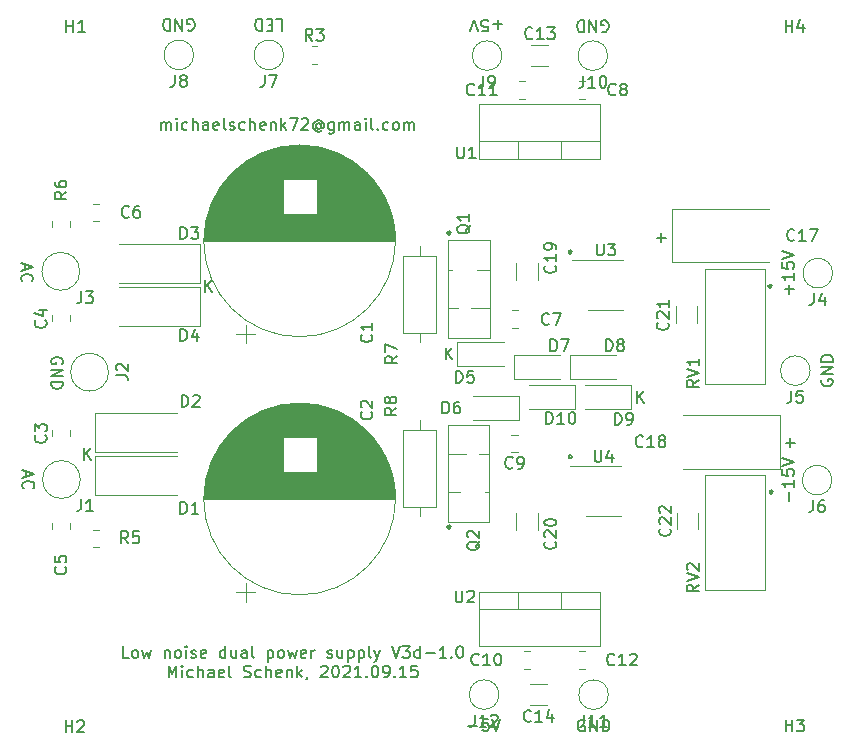
<source format=gbr>
G04 #@! TF.GenerationSoftware,KiCad,Pcbnew,(5.1.10-1-10_14)*
G04 #@! TF.CreationDate,2021-09-15T13:52:01+02:00*
G04 #@! TF.ProjectId,lv-lownoise-psu,6c762d6c-6f77-46e6-9f69-73652d707375,rev?*
G04 #@! TF.SameCoordinates,Original*
G04 #@! TF.FileFunction,Legend,Top*
G04 #@! TF.FilePolarity,Positive*
%FSLAX46Y46*%
G04 Gerber Fmt 4.6, Leading zero omitted, Abs format (unit mm)*
G04 Created by KiCad (PCBNEW (5.1.10-1-10_14)) date 2021-09-15 13:52:01*
%MOMM*%
%LPD*%
G01*
G04 APERTURE LIST*
%ADD10C,0.150000*%
%ADD11C,0.120000*%
G04 APERTURE END LIST*
D10*
X116776500Y-71143880D02*
X116681261Y-71191500D01*
X116633642Y-71286738D01*
X116681261Y-71381976D01*
X116776500Y-71429595D01*
X116871738Y-71381976D01*
X116919357Y-71286738D01*
X116871738Y-71191500D01*
X116776500Y-71143880D01*
X116776500Y-46251880D02*
X116681261Y-46299500D01*
X116633642Y-46394738D01*
X116681261Y-46489976D01*
X116776500Y-46537595D01*
X116871738Y-46489976D01*
X116919357Y-46394738D01*
X116871738Y-46299500D01*
X116776500Y-46251880D01*
X145288047Y-64142928D02*
X146049952Y-64142928D01*
X145669000Y-64523880D02*
X145669000Y-63761976D01*
X134366047Y-46807428D02*
X135127952Y-46807428D01*
X134747000Y-47188380D02*
X134747000Y-46426476D01*
X144081500Y-68159380D02*
X143986261Y-68207000D01*
X143938642Y-68302238D01*
X143986261Y-68397476D01*
X144081500Y-68445095D01*
X144176738Y-68397476D01*
X144224357Y-68302238D01*
X144176738Y-68207000D01*
X144081500Y-68159380D01*
X143954500Y-50760380D02*
X143859261Y-50808000D01*
X143811642Y-50903238D01*
X143859261Y-50998476D01*
X143954500Y-51046095D01*
X144049738Y-50998476D01*
X144097357Y-50903238D01*
X144049738Y-50808000D01*
X143954500Y-50760380D01*
X127063500Y-65174880D02*
X126968261Y-65222500D01*
X126920642Y-65317738D01*
X126968261Y-65412976D01*
X127063500Y-65460595D01*
X127158738Y-65412976D01*
X127206357Y-65317738D01*
X127158738Y-65222500D01*
X127063500Y-65174880D01*
X127063500Y-47839380D02*
X126968261Y-47887000D01*
X126920642Y-47982238D01*
X126968261Y-48077476D01*
X127063500Y-48125095D01*
X127158738Y-48077476D01*
X127206357Y-47982238D01*
X127158738Y-47887000D01*
X127063500Y-47839380D01*
X132707095Y-60777380D02*
X132707095Y-59777380D01*
X133278523Y-60777380D02*
X132849952Y-60205952D01*
X133278523Y-59777380D02*
X132707095Y-60348809D01*
X116514595Y-57094380D02*
X116514595Y-56094380D01*
X117086023Y-57094380D02*
X116657452Y-56522952D01*
X117086023Y-56094380D02*
X116514595Y-56665809D01*
X85907595Y-65603380D02*
X85907595Y-64603380D01*
X86479023Y-65603380D02*
X86050452Y-65031952D01*
X86479023Y-64603380D02*
X85907595Y-65174809D01*
X96131095Y-51379380D02*
X96131095Y-50379380D01*
X96702523Y-51379380D02*
X96273952Y-50807952D01*
X96702523Y-50379380D02*
X96131095Y-50950809D01*
X89663738Y-82367880D02*
X89187547Y-82367880D01*
X89187547Y-81367880D01*
X90139928Y-82367880D02*
X90044690Y-82320261D01*
X89997071Y-82272642D01*
X89949452Y-82177404D01*
X89949452Y-81891690D01*
X89997071Y-81796452D01*
X90044690Y-81748833D01*
X90139928Y-81701214D01*
X90282785Y-81701214D01*
X90378023Y-81748833D01*
X90425642Y-81796452D01*
X90473261Y-81891690D01*
X90473261Y-82177404D01*
X90425642Y-82272642D01*
X90378023Y-82320261D01*
X90282785Y-82367880D01*
X90139928Y-82367880D01*
X90806595Y-81701214D02*
X90997071Y-82367880D01*
X91187547Y-81891690D01*
X91378023Y-82367880D01*
X91568499Y-81701214D01*
X92711357Y-81701214D02*
X92711357Y-82367880D01*
X92711357Y-81796452D02*
X92758976Y-81748833D01*
X92854214Y-81701214D01*
X92997071Y-81701214D01*
X93092309Y-81748833D01*
X93139928Y-81844071D01*
X93139928Y-82367880D01*
X93758976Y-82367880D02*
X93663738Y-82320261D01*
X93616119Y-82272642D01*
X93568499Y-82177404D01*
X93568499Y-81891690D01*
X93616119Y-81796452D01*
X93663738Y-81748833D01*
X93758976Y-81701214D01*
X93901833Y-81701214D01*
X93997071Y-81748833D01*
X94044690Y-81796452D01*
X94092309Y-81891690D01*
X94092309Y-82177404D01*
X94044690Y-82272642D01*
X93997071Y-82320261D01*
X93901833Y-82367880D01*
X93758976Y-82367880D01*
X94520880Y-82367880D02*
X94520880Y-81701214D01*
X94520880Y-81367880D02*
X94473261Y-81415500D01*
X94520880Y-81463119D01*
X94568499Y-81415500D01*
X94520880Y-81367880D01*
X94520880Y-81463119D01*
X94949452Y-82320261D02*
X95044690Y-82367880D01*
X95235166Y-82367880D01*
X95330404Y-82320261D01*
X95378023Y-82225023D01*
X95378023Y-82177404D01*
X95330404Y-82082166D01*
X95235166Y-82034547D01*
X95092309Y-82034547D01*
X94997071Y-81986928D01*
X94949452Y-81891690D01*
X94949452Y-81844071D01*
X94997071Y-81748833D01*
X95092309Y-81701214D01*
X95235166Y-81701214D01*
X95330404Y-81748833D01*
X96187547Y-82320261D02*
X96092309Y-82367880D01*
X95901833Y-82367880D01*
X95806595Y-82320261D01*
X95758976Y-82225023D01*
X95758976Y-81844071D01*
X95806595Y-81748833D01*
X95901833Y-81701214D01*
X96092309Y-81701214D01*
X96187547Y-81748833D01*
X96235166Y-81844071D01*
X96235166Y-81939309D01*
X95758976Y-82034547D01*
X97854214Y-82367880D02*
X97854214Y-81367880D01*
X97854214Y-82320261D02*
X97758976Y-82367880D01*
X97568500Y-82367880D01*
X97473261Y-82320261D01*
X97425642Y-82272642D01*
X97378023Y-82177404D01*
X97378023Y-81891690D01*
X97425642Y-81796452D01*
X97473261Y-81748833D01*
X97568500Y-81701214D01*
X97758976Y-81701214D01*
X97854214Y-81748833D01*
X98758976Y-81701214D02*
X98758976Y-82367880D01*
X98330404Y-81701214D02*
X98330404Y-82225023D01*
X98378023Y-82320261D01*
X98473261Y-82367880D01*
X98616119Y-82367880D01*
X98711357Y-82320261D01*
X98758976Y-82272642D01*
X99663738Y-82367880D02*
X99663738Y-81844071D01*
X99616119Y-81748833D01*
X99520880Y-81701214D01*
X99330404Y-81701214D01*
X99235166Y-81748833D01*
X99663738Y-82320261D02*
X99568499Y-82367880D01*
X99330404Y-82367880D01*
X99235166Y-82320261D01*
X99187547Y-82225023D01*
X99187547Y-82129785D01*
X99235166Y-82034547D01*
X99330404Y-81986928D01*
X99568499Y-81986928D01*
X99663738Y-81939309D01*
X100282785Y-82367880D02*
X100187547Y-82320261D01*
X100139928Y-82225023D01*
X100139928Y-81367880D01*
X101425642Y-81701214D02*
X101425642Y-82701214D01*
X101425642Y-81748833D02*
X101520880Y-81701214D01*
X101711357Y-81701214D01*
X101806595Y-81748833D01*
X101854214Y-81796452D01*
X101901833Y-81891690D01*
X101901833Y-82177404D01*
X101854214Y-82272642D01*
X101806595Y-82320261D01*
X101711357Y-82367880D01*
X101520880Y-82367880D01*
X101425642Y-82320261D01*
X102473261Y-82367880D02*
X102378023Y-82320261D01*
X102330404Y-82272642D01*
X102282785Y-82177404D01*
X102282785Y-81891690D01*
X102330404Y-81796452D01*
X102378023Y-81748833D01*
X102473261Y-81701214D01*
X102616119Y-81701214D01*
X102711357Y-81748833D01*
X102758976Y-81796452D01*
X102806595Y-81891690D01*
X102806595Y-82177404D01*
X102758976Y-82272642D01*
X102711357Y-82320261D01*
X102616119Y-82367880D01*
X102473261Y-82367880D01*
X103139928Y-81701214D02*
X103330404Y-82367880D01*
X103520880Y-81891690D01*
X103711357Y-82367880D01*
X103901833Y-81701214D01*
X104663738Y-82320261D02*
X104568499Y-82367880D01*
X104378023Y-82367880D01*
X104282785Y-82320261D01*
X104235166Y-82225023D01*
X104235166Y-81844071D01*
X104282785Y-81748833D01*
X104378023Y-81701214D01*
X104568499Y-81701214D01*
X104663738Y-81748833D01*
X104711357Y-81844071D01*
X104711357Y-81939309D01*
X104235166Y-82034547D01*
X105139928Y-82367880D02*
X105139928Y-81701214D01*
X105139928Y-81891690D02*
X105187547Y-81796452D01*
X105235166Y-81748833D01*
X105330404Y-81701214D01*
X105425642Y-81701214D01*
X106473261Y-82320261D02*
X106568500Y-82367880D01*
X106758976Y-82367880D01*
X106854214Y-82320261D01*
X106901833Y-82225023D01*
X106901833Y-82177404D01*
X106854214Y-82082166D01*
X106758976Y-82034547D01*
X106616119Y-82034547D01*
X106520880Y-81986928D01*
X106473261Y-81891690D01*
X106473261Y-81844071D01*
X106520880Y-81748833D01*
X106616119Y-81701214D01*
X106758976Y-81701214D01*
X106854214Y-81748833D01*
X107758976Y-81701214D02*
X107758976Y-82367880D01*
X107330404Y-81701214D02*
X107330404Y-82225023D01*
X107378023Y-82320261D01*
X107473261Y-82367880D01*
X107616119Y-82367880D01*
X107711357Y-82320261D01*
X107758976Y-82272642D01*
X108235166Y-81701214D02*
X108235166Y-82701214D01*
X108235166Y-81748833D02*
X108330404Y-81701214D01*
X108520880Y-81701214D01*
X108616119Y-81748833D01*
X108663738Y-81796452D01*
X108711357Y-81891690D01*
X108711357Y-82177404D01*
X108663738Y-82272642D01*
X108616119Y-82320261D01*
X108520880Y-82367880D01*
X108330404Y-82367880D01*
X108235166Y-82320261D01*
X109139928Y-81701214D02*
X109139928Y-82701214D01*
X109139928Y-81748833D02*
X109235166Y-81701214D01*
X109425642Y-81701214D01*
X109520880Y-81748833D01*
X109568499Y-81796452D01*
X109616119Y-81891690D01*
X109616119Y-82177404D01*
X109568499Y-82272642D01*
X109520880Y-82320261D01*
X109425642Y-82367880D01*
X109235166Y-82367880D01*
X109139928Y-82320261D01*
X110187547Y-82367880D02*
X110092309Y-82320261D01*
X110044690Y-82225023D01*
X110044690Y-81367880D01*
X110473261Y-81701214D02*
X110711357Y-82367880D01*
X110949452Y-81701214D02*
X110711357Y-82367880D01*
X110616119Y-82605976D01*
X110568499Y-82653595D01*
X110473261Y-82701214D01*
X111949452Y-81367880D02*
X112282785Y-82367880D01*
X112616119Y-81367880D01*
X112854214Y-81367880D02*
X113473261Y-81367880D01*
X113139928Y-81748833D01*
X113282785Y-81748833D01*
X113378023Y-81796452D01*
X113425642Y-81844071D01*
X113473261Y-81939309D01*
X113473261Y-82177404D01*
X113425642Y-82272642D01*
X113378023Y-82320261D01*
X113282785Y-82367880D01*
X112997071Y-82367880D01*
X112901833Y-82320261D01*
X112854214Y-82272642D01*
X114330404Y-82367880D02*
X114330404Y-81367880D01*
X114330404Y-82320261D02*
X114235166Y-82367880D01*
X114044690Y-82367880D01*
X113949452Y-82320261D01*
X113901833Y-82272642D01*
X113854214Y-82177404D01*
X113854214Y-81891690D01*
X113901833Y-81796452D01*
X113949452Y-81748833D01*
X114044690Y-81701214D01*
X114235166Y-81701214D01*
X114330404Y-81748833D01*
X114806595Y-81986928D02*
X115568499Y-81986928D01*
X116568499Y-82367880D02*
X115997071Y-82367880D01*
X116282785Y-82367880D02*
X116282785Y-81367880D01*
X116187547Y-81510738D01*
X116092309Y-81605976D01*
X115997071Y-81653595D01*
X116997071Y-82272642D02*
X117044690Y-82320261D01*
X116997071Y-82367880D01*
X116949452Y-82320261D01*
X116997071Y-82272642D01*
X116997071Y-82367880D01*
X117663738Y-81367880D02*
X117758976Y-81367880D01*
X117854214Y-81415500D01*
X117901833Y-81463119D01*
X117949452Y-81558357D01*
X117997071Y-81748833D01*
X117997071Y-81986928D01*
X117949452Y-82177404D01*
X117901833Y-82272642D01*
X117854214Y-82320261D01*
X117758976Y-82367880D01*
X117663738Y-82367880D01*
X117568499Y-82320261D01*
X117520880Y-82272642D01*
X117473261Y-82177404D01*
X117425642Y-81986928D01*
X117425642Y-81748833D01*
X117473261Y-81558357D01*
X117520880Y-81463119D01*
X117568499Y-81415500D01*
X117663738Y-81367880D01*
X93044690Y-84017880D02*
X93044690Y-83017880D01*
X93378023Y-83732166D01*
X93711357Y-83017880D01*
X93711357Y-84017880D01*
X94187547Y-84017880D02*
X94187547Y-83351214D01*
X94187547Y-83017880D02*
X94139928Y-83065500D01*
X94187547Y-83113119D01*
X94235166Y-83065500D01*
X94187547Y-83017880D01*
X94187547Y-83113119D01*
X95092309Y-83970261D02*
X94997071Y-84017880D01*
X94806595Y-84017880D01*
X94711357Y-83970261D01*
X94663738Y-83922642D01*
X94616119Y-83827404D01*
X94616119Y-83541690D01*
X94663738Y-83446452D01*
X94711357Y-83398833D01*
X94806595Y-83351214D01*
X94997071Y-83351214D01*
X95092309Y-83398833D01*
X95520880Y-84017880D02*
X95520880Y-83017880D01*
X95949452Y-84017880D02*
X95949452Y-83494071D01*
X95901833Y-83398833D01*
X95806595Y-83351214D01*
X95663738Y-83351214D01*
X95568500Y-83398833D01*
X95520880Y-83446452D01*
X96854214Y-84017880D02*
X96854214Y-83494071D01*
X96806595Y-83398833D01*
X96711357Y-83351214D01*
X96520880Y-83351214D01*
X96425642Y-83398833D01*
X96854214Y-83970261D02*
X96758976Y-84017880D01*
X96520880Y-84017880D01*
X96425642Y-83970261D01*
X96378023Y-83875023D01*
X96378023Y-83779785D01*
X96425642Y-83684547D01*
X96520880Y-83636928D01*
X96758976Y-83636928D01*
X96854214Y-83589309D01*
X97711357Y-83970261D02*
X97616119Y-84017880D01*
X97425642Y-84017880D01*
X97330404Y-83970261D01*
X97282785Y-83875023D01*
X97282785Y-83494071D01*
X97330404Y-83398833D01*
X97425642Y-83351214D01*
X97616119Y-83351214D01*
X97711357Y-83398833D01*
X97758976Y-83494071D01*
X97758976Y-83589309D01*
X97282785Y-83684547D01*
X98330404Y-84017880D02*
X98235166Y-83970261D01*
X98187547Y-83875023D01*
X98187547Y-83017880D01*
X99425642Y-83970261D02*
X99568500Y-84017880D01*
X99806595Y-84017880D01*
X99901833Y-83970261D01*
X99949452Y-83922642D01*
X99997071Y-83827404D01*
X99997071Y-83732166D01*
X99949452Y-83636928D01*
X99901833Y-83589309D01*
X99806595Y-83541690D01*
X99616119Y-83494071D01*
X99520880Y-83446452D01*
X99473261Y-83398833D01*
X99425642Y-83303595D01*
X99425642Y-83208357D01*
X99473261Y-83113119D01*
X99520880Y-83065500D01*
X99616119Y-83017880D01*
X99854214Y-83017880D01*
X99997071Y-83065500D01*
X100854214Y-83970261D02*
X100758976Y-84017880D01*
X100568500Y-84017880D01*
X100473261Y-83970261D01*
X100425642Y-83922642D01*
X100378023Y-83827404D01*
X100378023Y-83541690D01*
X100425642Y-83446452D01*
X100473261Y-83398833D01*
X100568500Y-83351214D01*
X100758976Y-83351214D01*
X100854214Y-83398833D01*
X101282785Y-84017880D02*
X101282785Y-83017880D01*
X101711357Y-84017880D02*
X101711357Y-83494071D01*
X101663738Y-83398833D01*
X101568500Y-83351214D01*
X101425642Y-83351214D01*
X101330404Y-83398833D01*
X101282785Y-83446452D01*
X102568500Y-83970261D02*
X102473261Y-84017880D01*
X102282785Y-84017880D01*
X102187547Y-83970261D01*
X102139928Y-83875023D01*
X102139928Y-83494071D01*
X102187547Y-83398833D01*
X102282785Y-83351214D01*
X102473261Y-83351214D01*
X102568500Y-83398833D01*
X102616119Y-83494071D01*
X102616119Y-83589309D01*
X102139928Y-83684547D01*
X103044690Y-83351214D02*
X103044690Y-84017880D01*
X103044690Y-83446452D02*
X103092309Y-83398833D01*
X103187547Y-83351214D01*
X103330404Y-83351214D01*
X103425642Y-83398833D01*
X103473261Y-83494071D01*
X103473261Y-84017880D01*
X103949452Y-84017880D02*
X103949452Y-83017880D01*
X104044690Y-83636928D02*
X104330404Y-84017880D01*
X104330404Y-83351214D02*
X103949452Y-83732166D01*
X104806595Y-83970261D02*
X104806595Y-84017880D01*
X104758976Y-84113119D01*
X104711357Y-84160738D01*
X105949452Y-83113119D02*
X105997071Y-83065500D01*
X106092309Y-83017880D01*
X106330404Y-83017880D01*
X106425642Y-83065500D01*
X106473261Y-83113119D01*
X106520880Y-83208357D01*
X106520880Y-83303595D01*
X106473261Y-83446452D01*
X105901833Y-84017880D01*
X106520880Y-84017880D01*
X107139928Y-83017880D02*
X107235166Y-83017880D01*
X107330404Y-83065500D01*
X107378023Y-83113119D01*
X107425642Y-83208357D01*
X107473261Y-83398833D01*
X107473261Y-83636928D01*
X107425642Y-83827404D01*
X107378023Y-83922642D01*
X107330404Y-83970261D01*
X107235166Y-84017880D01*
X107139928Y-84017880D01*
X107044690Y-83970261D01*
X106997071Y-83922642D01*
X106949452Y-83827404D01*
X106901833Y-83636928D01*
X106901833Y-83398833D01*
X106949452Y-83208357D01*
X106997071Y-83113119D01*
X107044690Y-83065500D01*
X107139928Y-83017880D01*
X107854214Y-83113119D02*
X107901833Y-83065500D01*
X107997071Y-83017880D01*
X108235166Y-83017880D01*
X108330404Y-83065500D01*
X108378023Y-83113119D01*
X108425642Y-83208357D01*
X108425642Y-83303595D01*
X108378023Y-83446452D01*
X107806595Y-84017880D01*
X108425642Y-84017880D01*
X109378023Y-84017880D02*
X108806595Y-84017880D01*
X109092309Y-84017880D02*
X109092309Y-83017880D01*
X108997071Y-83160738D01*
X108901833Y-83255976D01*
X108806595Y-83303595D01*
X109806595Y-83922642D02*
X109854214Y-83970261D01*
X109806595Y-84017880D01*
X109758976Y-83970261D01*
X109806595Y-83922642D01*
X109806595Y-84017880D01*
X110473261Y-83017880D02*
X110568500Y-83017880D01*
X110663738Y-83065500D01*
X110711357Y-83113119D01*
X110758976Y-83208357D01*
X110806595Y-83398833D01*
X110806595Y-83636928D01*
X110758976Y-83827404D01*
X110711357Y-83922642D01*
X110663738Y-83970261D01*
X110568500Y-84017880D01*
X110473261Y-84017880D01*
X110378023Y-83970261D01*
X110330404Y-83922642D01*
X110282785Y-83827404D01*
X110235166Y-83636928D01*
X110235166Y-83398833D01*
X110282785Y-83208357D01*
X110330404Y-83113119D01*
X110378023Y-83065500D01*
X110473261Y-83017880D01*
X111282785Y-84017880D02*
X111473261Y-84017880D01*
X111568500Y-83970261D01*
X111616119Y-83922642D01*
X111711357Y-83779785D01*
X111758976Y-83589309D01*
X111758976Y-83208357D01*
X111711357Y-83113119D01*
X111663738Y-83065500D01*
X111568500Y-83017880D01*
X111378023Y-83017880D01*
X111282785Y-83065500D01*
X111235166Y-83113119D01*
X111187547Y-83208357D01*
X111187547Y-83446452D01*
X111235166Y-83541690D01*
X111282785Y-83589309D01*
X111378023Y-83636928D01*
X111568500Y-83636928D01*
X111663738Y-83589309D01*
X111711357Y-83541690D01*
X111758976Y-83446452D01*
X112187547Y-83922642D02*
X112235166Y-83970261D01*
X112187547Y-84017880D01*
X112139928Y-83970261D01*
X112187547Y-83922642D01*
X112187547Y-84017880D01*
X113187547Y-84017880D02*
X112616119Y-84017880D01*
X112901833Y-84017880D02*
X112901833Y-83017880D01*
X112806595Y-83160738D01*
X112711357Y-83255976D01*
X112616119Y-83303595D01*
X114092309Y-83017880D02*
X113616119Y-83017880D01*
X113568500Y-83494071D01*
X113616119Y-83446452D01*
X113711357Y-83398833D01*
X113949452Y-83398833D01*
X114044690Y-83446452D01*
X114092309Y-83494071D01*
X114139928Y-83589309D01*
X114139928Y-83827404D01*
X114092309Y-83922642D01*
X114044690Y-83970261D01*
X113949452Y-84017880D01*
X113711357Y-84017880D01*
X113616119Y-83970261D01*
X113568500Y-83922642D01*
X129730404Y-29329000D02*
X129825642Y-29376619D01*
X129968500Y-29376619D01*
X130111357Y-29329000D01*
X130206595Y-29233761D01*
X130254214Y-29138523D01*
X130301833Y-28948047D01*
X130301833Y-28805190D01*
X130254214Y-28614714D01*
X130206595Y-28519476D01*
X130111357Y-28424238D01*
X129968500Y-28376619D01*
X129873261Y-28376619D01*
X129730404Y-28424238D01*
X129682785Y-28471857D01*
X129682785Y-28805190D01*
X129873261Y-28805190D01*
X129254214Y-28376619D02*
X129254214Y-29376619D01*
X128682785Y-28376619D01*
X128682785Y-29376619D01*
X128206595Y-28376619D02*
X128206595Y-29376619D01*
X127968500Y-29376619D01*
X127825642Y-29329000D01*
X127730404Y-29233761D01*
X127682785Y-29138523D01*
X127635166Y-28948047D01*
X127635166Y-28805190D01*
X127682785Y-28614714D01*
X127730404Y-28519476D01*
X127825642Y-28424238D01*
X127968500Y-28376619D01*
X128206595Y-28376619D01*
X121300714Y-28694071D02*
X120538809Y-28694071D01*
X120919761Y-28313119D02*
X120919761Y-29075023D01*
X119586428Y-29313119D02*
X120062619Y-29313119D01*
X120110238Y-28836928D01*
X120062619Y-28884547D01*
X119967380Y-28932166D01*
X119729285Y-28932166D01*
X119634047Y-28884547D01*
X119586428Y-28836928D01*
X119538809Y-28741690D01*
X119538809Y-28503595D01*
X119586428Y-28408357D01*
X119634047Y-28360738D01*
X119729285Y-28313119D01*
X119967380Y-28313119D01*
X120062619Y-28360738D01*
X120110238Y-28408357D01*
X119253095Y-29313119D02*
X118919761Y-28313119D01*
X118586428Y-29313119D01*
X118411785Y-88145928D02*
X119173690Y-88145928D01*
X120126071Y-87526880D02*
X119649880Y-87526880D01*
X119602261Y-88003071D01*
X119649880Y-87955452D01*
X119745119Y-87907833D01*
X119983214Y-87907833D01*
X120078452Y-87955452D01*
X120126071Y-88003071D01*
X120173690Y-88098309D01*
X120173690Y-88336404D01*
X120126071Y-88431642D01*
X120078452Y-88479261D01*
X119983214Y-88526880D01*
X119745119Y-88526880D01*
X119649880Y-88479261D01*
X119602261Y-88431642D01*
X120459404Y-87526880D02*
X120792738Y-88526880D01*
X121126071Y-87526880D01*
X128270095Y-87638000D02*
X128174857Y-87590380D01*
X128032000Y-87590380D01*
X127889142Y-87638000D01*
X127793904Y-87733238D01*
X127746285Y-87828476D01*
X127698666Y-88018952D01*
X127698666Y-88161809D01*
X127746285Y-88352285D01*
X127793904Y-88447523D01*
X127889142Y-88542761D01*
X128032000Y-88590380D01*
X128127238Y-88590380D01*
X128270095Y-88542761D01*
X128317714Y-88495142D01*
X128317714Y-88161809D01*
X128127238Y-88161809D01*
X128746285Y-88590380D02*
X128746285Y-87590380D01*
X129317714Y-88590380D01*
X129317714Y-87590380D01*
X129793904Y-88590380D02*
X129793904Y-87590380D01*
X130032000Y-87590380D01*
X130174857Y-87638000D01*
X130270095Y-87733238D01*
X130317714Y-87828476D01*
X130365333Y-88018952D01*
X130365333Y-88161809D01*
X130317714Y-88352285D01*
X130270095Y-88447523D01*
X130174857Y-88542761D01*
X130032000Y-88590380D01*
X129793904Y-88590380D01*
X94678404Y-29202000D02*
X94773642Y-29249619D01*
X94916500Y-29249619D01*
X95059357Y-29202000D01*
X95154595Y-29106761D01*
X95202214Y-29011523D01*
X95249833Y-28821047D01*
X95249833Y-28678190D01*
X95202214Y-28487714D01*
X95154595Y-28392476D01*
X95059357Y-28297238D01*
X94916500Y-28249619D01*
X94821261Y-28249619D01*
X94678404Y-28297238D01*
X94630785Y-28344857D01*
X94630785Y-28678190D01*
X94821261Y-28678190D01*
X94202214Y-28249619D02*
X94202214Y-29249619D01*
X93630785Y-28249619D01*
X93630785Y-29249619D01*
X93154595Y-28249619D02*
X93154595Y-29249619D01*
X92916500Y-29249619D01*
X92773642Y-29202000D01*
X92678404Y-29106761D01*
X92630785Y-29011523D01*
X92583166Y-28821047D01*
X92583166Y-28678190D01*
X92630785Y-28487714D01*
X92678404Y-28392476D01*
X92773642Y-28297238D01*
X92916500Y-28249619D01*
X93154595Y-28249619D01*
X102179357Y-28249619D02*
X102655547Y-28249619D01*
X102655547Y-29249619D01*
X101846023Y-28773428D02*
X101512690Y-28773428D01*
X101369833Y-28249619D02*
X101846023Y-28249619D01*
X101846023Y-29249619D01*
X101369833Y-29249619D01*
X100941261Y-28249619D02*
X100941261Y-29249619D01*
X100703166Y-29249619D01*
X100560309Y-29202000D01*
X100465071Y-29106761D01*
X100417452Y-29011523D01*
X100369833Y-28821047D01*
X100369833Y-28678190D01*
X100417452Y-28487714D01*
X100465071Y-28392476D01*
X100560309Y-28297238D01*
X100703166Y-28249619D01*
X100941261Y-28249619D01*
X92409714Y-37663380D02*
X92409714Y-36996714D01*
X92409714Y-37091952D02*
X92457333Y-37044333D01*
X92552571Y-36996714D01*
X92695428Y-36996714D01*
X92790666Y-37044333D01*
X92838285Y-37139571D01*
X92838285Y-37663380D01*
X92838285Y-37139571D02*
X92885904Y-37044333D01*
X92981142Y-36996714D01*
X93124000Y-36996714D01*
X93219238Y-37044333D01*
X93266857Y-37139571D01*
X93266857Y-37663380D01*
X93743047Y-37663380D02*
X93743047Y-36996714D01*
X93743047Y-36663380D02*
X93695428Y-36711000D01*
X93743047Y-36758619D01*
X93790666Y-36711000D01*
X93743047Y-36663380D01*
X93743047Y-36758619D01*
X94647809Y-37615761D02*
X94552571Y-37663380D01*
X94362095Y-37663380D01*
X94266857Y-37615761D01*
X94219238Y-37568142D01*
X94171619Y-37472904D01*
X94171619Y-37187190D01*
X94219238Y-37091952D01*
X94266857Y-37044333D01*
X94362095Y-36996714D01*
X94552571Y-36996714D01*
X94647809Y-37044333D01*
X95076380Y-37663380D02*
X95076380Y-36663380D01*
X95504952Y-37663380D02*
X95504952Y-37139571D01*
X95457333Y-37044333D01*
X95362095Y-36996714D01*
X95219238Y-36996714D01*
X95124000Y-37044333D01*
X95076380Y-37091952D01*
X96409714Y-37663380D02*
X96409714Y-37139571D01*
X96362095Y-37044333D01*
X96266857Y-36996714D01*
X96076380Y-36996714D01*
X95981142Y-37044333D01*
X96409714Y-37615761D02*
X96314476Y-37663380D01*
X96076380Y-37663380D01*
X95981142Y-37615761D01*
X95933523Y-37520523D01*
X95933523Y-37425285D01*
X95981142Y-37330047D01*
X96076380Y-37282428D01*
X96314476Y-37282428D01*
X96409714Y-37234809D01*
X97266857Y-37615761D02*
X97171619Y-37663380D01*
X96981142Y-37663380D01*
X96885904Y-37615761D01*
X96838285Y-37520523D01*
X96838285Y-37139571D01*
X96885904Y-37044333D01*
X96981142Y-36996714D01*
X97171619Y-36996714D01*
X97266857Y-37044333D01*
X97314476Y-37139571D01*
X97314476Y-37234809D01*
X96838285Y-37330047D01*
X97885904Y-37663380D02*
X97790666Y-37615761D01*
X97743047Y-37520523D01*
X97743047Y-36663380D01*
X98219238Y-37615761D02*
X98314476Y-37663380D01*
X98504952Y-37663380D01*
X98600190Y-37615761D01*
X98647809Y-37520523D01*
X98647809Y-37472904D01*
X98600190Y-37377666D01*
X98504952Y-37330047D01*
X98362095Y-37330047D01*
X98266857Y-37282428D01*
X98219238Y-37187190D01*
X98219238Y-37139571D01*
X98266857Y-37044333D01*
X98362095Y-36996714D01*
X98504952Y-36996714D01*
X98600190Y-37044333D01*
X99504952Y-37615761D02*
X99409714Y-37663380D01*
X99219238Y-37663380D01*
X99124000Y-37615761D01*
X99076380Y-37568142D01*
X99028761Y-37472904D01*
X99028761Y-37187190D01*
X99076380Y-37091952D01*
X99124000Y-37044333D01*
X99219238Y-36996714D01*
X99409714Y-36996714D01*
X99504952Y-37044333D01*
X99933523Y-37663380D02*
X99933523Y-36663380D01*
X100362095Y-37663380D02*
X100362095Y-37139571D01*
X100314476Y-37044333D01*
X100219238Y-36996714D01*
X100076380Y-36996714D01*
X99981142Y-37044333D01*
X99933523Y-37091952D01*
X101219238Y-37615761D02*
X101124000Y-37663380D01*
X100933523Y-37663380D01*
X100838285Y-37615761D01*
X100790666Y-37520523D01*
X100790666Y-37139571D01*
X100838285Y-37044333D01*
X100933523Y-36996714D01*
X101124000Y-36996714D01*
X101219238Y-37044333D01*
X101266857Y-37139571D01*
X101266857Y-37234809D01*
X100790666Y-37330047D01*
X101695428Y-36996714D02*
X101695428Y-37663380D01*
X101695428Y-37091952D02*
X101743047Y-37044333D01*
X101838285Y-36996714D01*
X101981142Y-36996714D01*
X102076380Y-37044333D01*
X102124000Y-37139571D01*
X102124000Y-37663380D01*
X102600190Y-37663380D02*
X102600190Y-36663380D01*
X102695428Y-37282428D02*
X102981142Y-37663380D01*
X102981142Y-36996714D02*
X102600190Y-37377666D01*
X103314476Y-36663380D02*
X103981142Y-36663380D01*
X103552571Y-37663380D01*
X104314476Y-36758619D02*
X104362095Y-36711000D01*
X104457333Y-36663380D01*
X104695428Y-36663380D01*
X104790666Y-36711000D01*
X104838285Y-36758619D01*
X104885904Y-36853857D01*
X104885904Y-36949095D01*
X104838285Y-37091952D01*
X104266857Y-37663380D01*
X104885904Y-37663380D01*
X105933523Y-37187190D02*
X105885904Y-37139571D01*
X105790666Y-37091952D01*
X105695428Y-37091952D01*
X105600190Y-37139571D01*
X105552571Y-37187190D01*
X105504952Y-37282428D01*
X105504952Y-37377666D01*
X105552571Y-37472904D01*
X105600190Y-37520523D01*
X105695428Y-37568142D01*
X105790666Y-37568142D01*
X105885904Y-37520523D01*
X105933523Y-37472904D01*
X105933523Y-37091952D02*
X105933523Y-37472904D01*
X105981142Y-37520523D01*
X106028761Y-37520523D01*
X106124000Y-37472904D01*
X106171619Y-37377666D01*
X106171619Y-37139571D01*
X106076380Y-36996714D01*
X105933523Y-36901476D01*
X105743047Y-36853857D01*
X105552571Y-36901476D01*
X105409714Y-36996714D01*
X105314476Y-37139571D01*
X105266857Y-37330047D01*
X105314476Y-37520523D01*
X105409714Y-37663380D01*
X105552571Y-37758619D01*
X105743047Y-37806238D01*
X105933523Y-37758619D01*
X106076380Y-37663380D01*
X107028761Y-36996714D02*
X107028761Y-37806238D01*
X106981142Y-37901476D01*
X106933523Y-37949095D01*
X106838285Y-37996714D01*
X106695428Y-37996714D01*
X106600190Y-37949095D01*
X107028761Y-37615761D02*
X106933523Y-37663380D01*
X106743047Y-37663380D01*
X106647809Y-37615761D01*
X106600190Y-37568142D01*
X106552571Y-37472904D01*
X106552571Y-37187190D01*
X106600190Y-37091952D01*
X106647809Y-37044333D01*
X106743047Y-36996714D01*
X106933523Y-36996714D01*
X107028761Y-37044333D01*
X107504952Y-37663380D02*
X107504952Y-36996714D01*
X107504952Y-37091952D02*
X107552571Y-37044333D01*
X107647809Y-36996714D01*
X107790666Y-36996714D01*
X107885904Y-37044333D01*
X107933523Y-37139571D01*
X107933523Y-37663380D01*
X107933523Y-37139571D02*
X107981142Y-37044333D01*
X108076380Y-36996714D01*
X108219238Y-36996714D01*
X108314476Y-37044333D01*
X108362095Y-37139571D01*
X108362095Y-37663380D01*
X109266857Y-37663380D02*
X109266857Y-37139571D01*
X109219238Y-37044333D01*
X109124000Y-36996714D01*
X108933523Y-36996714D01*
X108838285Y-37044333D01*
X109266857Y-37615761D02*
X109171619Y-37663380D01*
X108933523Y-37663380D01*
X108838285Y-37615761D01*
X108790666Y-37520523D01*
X108790666Y-37425285D01*
X108838285Y-37330047D01*
X108933523Y-37282428D01*
X109171619Y-37282428D01*
X109266857Y-37234809D01*
X109743047Y-37663380D02*
X109743047Y-36996714D01*
X109743047Y-36663380D02*
X109695428Y-36711000D01*
X109743047Y-36758619D01*
X109790666Y-36711000D01*
X109743047Y-36663380D01*
X109743047Y-36758619D01*
X110362095Y-37663380D02*
X110266857Y-37615761D01*
X110219238Y-37520523D01*
X110219238Y-36663380D01*
X110743047Y-37568142D02*
X110790666Y-37615761D01*
X110743047Y-37663380D01*
X110695428Y-37615761D01*
X110743047Y-37568142D01*
X110743047Y-37663380D01*
X111647809Y-37615761D02*
X111552571Y-37663380D01*
X111362095Y-37663380D01*
X111266857Y-37615761D01*
X111219238Y-37568142D01*
X111171619Y-37472904D01*
X111171619Y-37187190D01*
X111219238Y-37091952D01*
X111266857Y-37044333D01*
X111362095Y-36996714D01*
X111552571Y-36996714D01*
X111647809Y-37044333D01*
X112219238Y-37663380D02*
X112124000Y-37615761D01*
X112076380Y-37568142D01*
X112028761Y-37472904D01*
X112028761Y-37187190D01*
X112076380Y-37091952D01*
X112124000Y-37044333D01*
X112219238Y-36996714D01*
X112362095Y-36996714D01*
X112457333Y-37044333D01*
X112504952Y-37091952D01*
X112552571Y-37187190D01*
X112552571Y-37472904D01*
X112504952Y-37568142D01*
X112457333Y-37615761D01*
X112362095Y-37663380D01*
X112219238Y-37663380D01*
X112981142Y-37663380D02*
X112981142Y-36996714D01*
X112981142Y-37091952D02*
X113028761Y-37044333D01*
X113124000Y-36996714D01*
X113266857Y-36996714D01*
X113362095Y-37044333D01*
X113409714Y-37139571D01*
X113409714Y-37663380D01*
X113409714Y-37139571D02*
X113457333Y-37044333D01*
X113552571Y-36996714D01*
X113695428Y-36996714D01*
X113790666Y-37044333D01*
X113838285Y-37139571D01*
X113838285Y-37663380D01*
X84066000Y-57467595D02*
X84113619Y-57372357D01*
X84113619Y-57229500D01*
X84066000Y-57086642D01*
X83970761Y-56991404D01*
X83875523Y-56943785D01*
X83685047Y-56896166D01*
X83542190Y-56896166D01*
X83351714Y-56943785D01*
X83256476Y-56991404D01*
X83161238Y-57086642D01*
X83113619Y-57229500D01*
X83113619Y-57324738D01*
X83161238Y-57467595D01*
X83208857Y-57515214D01*
X83542190Y-57515214D01*
X83542190Y-57324738D01*
X83113619Y-57943785D02*
X84113619Y-57943785D01*
X83113619Y-58515214D01*
X84113619Y-58515214D01*
X83113619Y-58991404D02*
X84113619Y-58991404D01*
X84113619Y-59229500D01*
X84066000Y-59372357D01*
X83970761Y-59467595D01*
X83875523Y-59515214D01*
X83685047Y-59562833D01*
X83542190Y-59562833D01*
X83351714Y-59515214D01*
X83256476Y-59467595D01*
X83161238Y-59372357D01*
X83113619Y-59229500D01*
X83113619Y-58991404D01*
X80960933Y-66521104D02*
X80960933Y-66997295D01*
X80675219Y-66425866D02*
X81675219Y-66759200D01*
X80675219Y-67092533D01*
X80770457Y-67997295D02*
X80722838Y-67949676D01*
X80675219Y-67806819D01*
X80675219Y-67711580D01*
X80722838Y-67568723D01*
X80818076Y-67473485D01*
X80913314Y-67425866D01*
X81103790Y-67378247D01*
X81246647Y-67378247D01*
X81437123Y-67425866D01*
X81532361Y-67473485D01*
X81627600Y-67568723D01*
X81675219Y-67711580D01*
X81675219Y-67806819D01*
X81627600Y-67949676D01*
X81579980Y-67997295D01*
X80859333Y-48995104D02*
X80859333Y-49471295D01*
X80573619Y-48899866D02*
X81573619Y-49233200D01*
X80573619Y-49566533D01*
X80668857Y-50471295D02*
X80621238Y-50423676D01*
X80573619Y-50280819D01*
X80573619Y-50185580D01*
X80621238Y-50042723D01*
X80716476Y-49947485D01*
X80811714Y-49899866D01*
X81002190Y-49852247D01*
X81145047Y-49852247D01*
X81335523Y-49899866D01*
X81430761Y-49947485D01*
X81526000Y-50042723D01*
X81573619Y-50185580D01*
X81573619Y-50280819D01*
X81526000Y-50423676D01*
X81478380Y-50471295D01*
X145613428Y-69071904D02*
X145613428Y-68310000D01*
X145994380Y-67310000D02*
X145994380Y-67881428D01*
X145994380Y-67595714D02*
X144994380Y-67595714D01*
X145137238Y-67690952D01*
X145232476Y-67786190D01*
X145280095Y-67881428D01*
X144994380Y-66405238D02*
X144994380Y-66881428D01*
X145470571Y-66929047D01*
X145422952Y-66881428D01*
X145375333Y-66786190D01*
X145375333Y-66548095D01*
X145422952Y-66452857D01*
X145470571Y-66405238D01*
X145565809Y-66357619D01*
X145803904Y-66357619D01*
X145899142Y-66405238D01*
X145946761Y-66452857D01*
X145994380Y-66548095D01*
X145994380Y-66786190D01*
X145946761Y-66881428D01*
X145899142Y-66929047D01*
X144994380Y-66071904D02*
X145994380Y-65738571D01*
X144994380Y-65405238D01*
X148344000Y-58800904D02*
X148296380Y-58896142D01*
X148296380Y-59039000D01*
X148344000Y-59181857D01*
X148439238Y-59277095D01*
X148534476Y-59324714D01*
X148724952Y-59372333D01*
X148867809Y-59372333D01*
X149058285Y-59324714D01*
X149153523Y-59277095D01*
X149248761Y-59181857D01*
X149296380Y-59039000D01*
X149296380Y-58943761D01*
X149248761Y-58800904D01*
X149201142Y-58753285D01*
X148867809Y-58753285D01*
X148867809Y-58943761D01*
X149296380Y-58324714D02*
X148296380Y-58324714D01*
X149296380Y-57753285D01*
X148296380Y-57753285D01*
X149296380Y-57277095D02*
X148296380Y-57277095D01*
X148296380Y-57039000D01*
X148344000Y-56896142D01*
X148439238Y-56800904D01*
X148534476Y-56753285D01*
X148724952Y-56705666D01*
X148867809Y-56705666D01*
X149058285Y-56753285D01*
X149153523Y-56800904D01*
X149248761Y-56896142D01*
X149296380Y-57039000D01*
X149296380Y-57277095D01*
X145613428Y-51545904D02*
X145613428Y-50784000D01*
X145994380Y-51164952D02*
X145232476Y-51164952D01*
X145994380Y-49784000D02*
X145994380Y-50355428D01*
X145994380Y-50069714D02*
X144994380Y-50069714D01*
X145137238Y-50164952D01*
X145232476Y-50260190D01*
X145280095Y-50355428D01*
X144994380Y-48879238D02*
X144994380Y-49355428D01*
X145470571Y-49403047D01*
X145422952Y-49355428D01*
X145375333Y-49260190D01*
X145375333Y-49022095D01*
X145422952Y-48926857D01*
X145470571Y-48879238D01*
X145565809Y-48831619D01*
X145803904Y-48831619D01*
X145899142Y-48879238D01*
X145946761Y-48926857D01*
X145994380Y-49022095D01*
X145994380Y-49260190D01*
X145946761Y-49355428D01*
X145899142Y-49403047D01*
X144994380Y-48545904D02*
X145994380Y-48212571D01*
X144994380Y-47879238D01*
D11*
X121012000Y-85471000D02*
G75*
G03*
X121012000Y-85471000I-1251000J0D01*
G01*
X130283000Y-85471000D02*
G75*
G03*
X130283000Y-85471000I-1251000J0D01*
G01*
X130219500Y-31369000D02*
G75*
G03*
X130219500Y-31369000I-1251000J0D01*
G01*
X121266000Y-31369000D02*
G75*
G03*
X121266000Y-31369000I-1251000J0D01*
G01*
X95167500Y-31305500D02*
G75*
G03*
X95167500Y-31305500I-1251000J0D01*
G01*
X102787500Y-31305500D02*
G75*
G03*
X102787500Y-31305500I-1251000J0D01*
G01*
X149206000Y-67310000D02*
G75*
G03*
X149206000Y-67310000I-1251000J0D01*
G01*
X147364500Y-58039000D02*
G75*
G03*
X147364500Y-58039000I-1251000J0D01*
G01*
X149269500Y-49784000D02*
G75*
G03*
X149269500Y-49784000I-1251000J0D01*
G01*
X127471000Y-61261500D02*
X123571000Y-61261500D01*
X127471000Y-59261500D02*
X123571000Y-59261500D01*
X127471000Y-61261500D02*
X127471000Y-59261500D01*
X132233500Y-61261500D02*
X128333500Y-61261500D01*
X132233500Y-59261500D02*
X128333500Y-59261500D01*
X132233500Y-61261500D02*
X132233500Y-59261500D01*
X127035000Y-56721500D02*
X130935000Y-56721500D01*
X127035000Y-58721500D02*
X130935000Y-58721500D01*
X127035000Y-56721500D02*
X127035000Y-58721500D01*
X122272500Y-56721500D02*
X126172500Y-56721500D01*
X122272500Y-58721500D02*
X126172500Y-58721500D01*
X122272500Y-56721500D02*
X122272500Y-58721500D01*
X125082752Y-84561000D02*
X123660248Y-84561000D01*
X125082752Y-86381000D02*
X123660248Y-86381000D01*
X123773748Y-32279000D02*
X125196252Y-32279000D01*
X123773748Y-30459000D02*
X125196252Y-30459000D01*
X122696248Y-33555000D02*
X123218752Y-33555000D01*
X122696248Y-35025000D02*
X123218752Y-35025000D01*
X115670000Y-63024000D02*
X112930000Y-63024000D01*
X112930000Y-63024000D02*
X112930000Y-69564000D01*
X112930000Y-69564000D02*
X115670000Y-69564000D01*
X115670000Y-69564000D02*
X115670000Y-63024000D01*
X114300000Y-62254000D02*
X114300000Y-63024000D01*
X114300000Y-70334000D02*
X114300000Y-69564000D01*
X115670000Y-48292000D02*
X112930000Y-48292000D01*
X112930000Y-48292000D02*
X112930000Y-54832000D01*
X112930000Y-54832000D02*
X115670000Y-54832000D01*
X115670000Y-54832000D02*
X115670000Y-48292000D01*
X114300000Y-47522000D02*
X114300000Y-48292000D01*
X114300000Y-55602000D02*
X114300000Y-54832000D01*
X84682000Y-45381936D02*
X84682000Y-45836064D01*
X83212000Y-45381936D02*
X83212000Y-45836064D01*
X86688436Y-71528000D02*
X87142564Y-71528000D01*
X86688436Y-72998000D02*
X87142564Y-72998000D01*
X116688500Y-70858500D02*
X116688500Y-62618500D01*
X120178500Y-70858500D02*
X120178500Y-62618500D01*
X116688500Y-70858500D02*
X120178500Y-70858500D01*
X116688500Y-62618500D02*
X120178500Y-62618500D01*
X116688500Y-68338500D02*
X117758500Y-68338500D01*
X119858500Y-68338500D02*
X120178500Y-68338500D01*
X116688500Y-65137500D02*
X118268500Y-65137500D01*
X119348500Y-65137500D02*
X120178500Y-65137500D01*
X120230000Y-46997500D02*
X120230000Y-55237500D01*
X116740000Y-46997500D02*
X116740000Y-55237500D01*
X120230000Y-46997500D02*
X116740000Y-46997500D01*
X120230000Y-55237500D02*
X116740000Y-55237500D01*
X120230000Y-49517500D02*
X119160000Y-49517500D01*
X117060000Y-49517500D02*
X116740000Y-49517500D01*
X120230000Y-52718500D02*
X118650000Y-52718500D01*
X117570000Y-52718500D02*
X116740000Y-52718500D01*
X122708500Y-62214000D02*
X122708500Y-60214000D01*
X122708500Y-60214000D02*
X118808500Y-60214000D01*
X122708500Y-62214000D02*
X118808500Y-62214000D01*
X117510000Y-55642000D02*
X117510000Y-57642000D01*
X117510000Y-57642000D02*
X121410000Y-57642000D01*
X117510000Y-55642000D02*
X121410000Y-55642000D01*
X136059500Y-71488752D02*
X136059500Y-70066248D01*
X137879500Y-71488752D02*
X137879500Y-70066248D01*
X137816000Y-52603748D02*
X137816000Y-54026252D01*
X135996000Y-52603748D02*
X135996000Y-54026252D01*
X122470500Y-71538752D02*
X122470500Y-70116248D01*
X124290500Y-71538752D02*
X124290500Y-70116248D01*
X122470500Y-50329752D02*
X122470500Y-48907248D01*
X124290500Y-50329752D02*
X124290500Y-48907248D01*
X122604252Y-64933500D02*
X122081748Y-64933500D01*
X122604252Y-63463500D02*
X122081748Y-63463500D01*
X122145248Y-52922500D02*
X122667752Y-52922500D01*
X122145248Y-54392500D02*
X122667752Y-54392500D01*
X87150752Y-45375500D02*
X86628248Y-45375500D01*
X87150752Y-43905500D02*
X86628248Y-43905500D01*
X84682000Y-70943748D02*
X84682000Y-71466252D01*
X83212000Y-70943748D02*
X83212000Y-71466252D01*
X83212000Y-53876752D02*
X83212000Y-53354248D01*
X84682000Y-53876752D02*
X84682000Y-53354248D01*
X83212000Y-63612752D02*
X83212000Y-63090248D01*
X84682000Y-63612752D02*
X84682000Y-63090248D01*
X136596500Y-66331500D02*
X144831500Y-66331500D01*
X144831500Y-66331500D02*
X144831500Y-61811500D01*
X144831500Y-61811500D02*
X136596500Y-61811500D01*
X143883000Y-44349000D02*
X135648000Y-44349000D01*
X135648000Y-44349000D02*
X135648000Y-48869000D01*
X135648000Y-48869000D02*
X143883000Y-48869000D01*
X126311000Y-76740000D02*
X126311000Y-78250000D01*
X122610000Y-76740000D02*
X122610000Y-78250000D01*
X119340000Y-78250000D02*
X129580000Y-78250000D01*
X129580000Y-76740000D02*
X129580000Y-81381000D01*
X119340000Y-76740000D02*
X119340000Y-81381000D01*
X119340000Y-81381000D02*
X129580000Y-81381000D01*
X119340000Y-76740000D02*
X129580000Y-76740000D01*
X122609000Y-40100000D02*
X122609000Y-38590000D01*
X126310000Y-40100000D02*
X126310000Y-38590000D01*
X129580000Y-38590000D02*
X119340000Y-38590000D01*
X119340000Y-40100000D02*
X119340000Y-35459000D01*
X129580000Y-40100000D02*
X129580000Y-35459000D01*
X129580000Y-35459000D02*
X119340000Y-35459000D01*
X129580000Y-40100000D02*
X119340000Y-40100000D01*
X95727600Y-54228000D02*
X95727600Y-50928000D01*
X95727600Y-50928000D02*
X88827600Y-50928000D01*
X95727600Y-54228000D02*
X88827600Y-54228000D01*
X95727600Y-50621200D02*
X95727600Y-47321200D01*
X95727600Y-47321200D02*
X88827600Y-47321200D01*
X95727600Y-50621200D02*
X88827600Y-50621200D01*
X86826000Y-61646800D02*
X86826000Y-64946800D01*
X86826000Y-64946800D02*
X93726000Y-64946800D01*
X86826000Y-61646800D02*
X93726000Y-61646800D01*
X86826000Y-65304400D02*
X86826000Y-68604400D01*
X86826000Y-68604400D02*
X93726000Y-68604400D01*
X86826000Y-65304400D02*
X93726000Y-65304400D01*
X129886600Y-70371900D02*
X131386600Y-70371900D01*
X129886600Y-70371900D02*
X128386600Y-70371900D01*
X129886600Y-66151900D02*
X131386600Y-66151900D01*
X129886600Y-66151900D02*
X127011600Y-66151900D01*
X112260000Y-68901000D02*
G75*
G03*
X112260000Y-68901000I-8120000J0D01*
G01*
X96059000Y-68901000D02*
X112221000Y-68901000D01*
X96060000Y-68861000D02*
X112220000Y-68861000D01*
X96060000Y-68821000D02*
X112220000Y-68821000D01*
X96060000Y-68781000D02*
X112220000Y-68781000D01*
X96061000Y-68741000D02*
X112219000Y-68741000D01*
X96062000Y-68701000D02*
X112218000Y-68701000D01*
X96063000Y-68661000D02*
X112217000Y-68661000D01*
X96064000Y-68621000D02*
X112216000Y-68621000D01*
X96066000Y-68581000D02*
X112214000Y-68581000D01*
X96067000Y-68541000D02*
X112213000Y-68541000D01*
X96069000Y-68501000D02*
X112211000Y-68501000D01*
X96071000Y-68461000D02*
X112209000Y-68461000D01*
X96074000Y-68421000D02*
X112206000Y-68421000D01*
X96076000Y-68381000D02*
X112204000Y-68381000D01*
X96079000Y-68341000D02*
X112201000Y-68341000D01*
X96082000Y-68301000D02*
X112198000Y-68301000D01*
X96085000Y-68261000D02*
X112195000Y-68261000D01*
X96088000Y-68221000D02*
X112192000Y-68221000D01*
X96091000Y-68180000D02*
X112189000Y-68180000D01*
X96095000Y-68140000D02*
X112185000Y-68140000D01*
X96099000Y-68100000D02*
X112181000Y-68100000D01*
X96103000Y-68060000D02*
X112177000Y-68060000D01*
X96107000Y-68020000D02*
X112173000Y-68020000D01*
X96112000Y-67980000D02*
X112168000Y-67980000D01*
X96116000Y-67940000D02*
X112164000Y-67940000D01*
X96121000Y-67900000D02*
X112159000Y-67900000D01*
X96126000Y-67860000D02*
X112154000Y-67860000D01*
X96132000Y-67820000D02*
X112148000Y-67820000D01*
X96137000Y-67780000D02*
X112143000Y-67780000D01*
X96143000Y-67740000D02*
X112137000Y-67740000D01*
X96149000Y-67700000D02*
X112131000Y-67700000D01*
X96155000Y-67660000D02*
X112125000Y-67660000D01*
X96161000Y-67620000D02*
X112119000Y-67620000D01*
X96168000Y-67580000D02*
X112112000Y-67580000D01*
X96174000Y-67540000D02*
X112106000Y-67540000D01*
X96181000Y-67500000D02*
X112099000Y-67500000D01*
X96188000Y-67460000D02*
X112092000Y-67460000D01*
X96196000Y-67420000D02*
X112084000Y-67420000D01*
X96203000Y-67380000D02*
X112077000Y-67380000D01*
X96211000Y-67340000D02*
X112069000Y-67340000D01*
X96219000Y-67300000D02*
X112061000Y-67300000D01*
X96227000Y-67260000D02*
X112053000Y-67260000D01*
X96235000Y-67220000D02*
X112045000Y-67220000D01*
X96244000Y-67180000D02*
X112036000Y-67180000D01*
X96253000Y-67140000D02*
X112027000Y-67140000D01*
X96262000Y-67100000D02*
X112018000Y-67100000D01*
X96271000Y-67060000D02*
X112009000Y-67060000D01*
X96280000Y-67020000D02*
X112000000Y-67020000D01*
X96290000Y-66980000D02*
X111990000Y-66980000D01*
X96300000Y-66940000D02*
X111980000Y-66940000D01*
X96310000Y-66900000D02*
X111970000Y-66900000D01*
X96320000Y-66860000D02*
X111960000Y-66860000D01*
X96330000Y-66820000D02*
X111950000Y-66820000D01*
X96341000Y-66780000D02*
X111939000Y-66780000D01*
X96352000Y-66740000D02*
X111928000Y-66740000D01*
X96363000Y-66700000D02*
X111917000Y-66700000D01*
X96375000Y-66660000D02*
X111905000Y-66660000D01*
X96386000Y-66620000D02*
X111894000Y-66620000D01*
X96398000Y-66580000D02*
X102700000Y-66580000D01*
X105580000Y-66580000D02*
X111882000Y-66580000D01*
X96410000Y-66540000D02*
X102700000Y-66540000D01*
X105580000Y-66540000D02*
X111870000Y-66540000D01*
X96422000Y-66500000D02*
X102700000Y-66500000D01*
X105580000Y-66500000D02*
X111858000Y-66500000D01*
X96435000Y-66460000D02*
X102700000Y-66460000D01*
X105580000Y-66460000D02*
X111845000Y-66460000D01*
X96447000Y-66420000D02*
X102700000Y-66420000D01*
X105580000Y-66420000D02*
X111833000Y-66420000D01*
X96460000Y-66380000D02*
X102700000Y-66380000D01*
X105580000Y-66380000D02*
X111820000Y-66380000D01*
X96474000Y-66340000D02*
X102700000Y-66340000D01*
X105580000Y-66340000D02*
X111806000Y-66340000D01*
X96487000Y-66300000D02*
X102700000Y-66300000D01*
X105580000Y-66300000D02*
X111793000Y-66300000D01*
X96501000Y-66260000D02*
X102700000Y-66260000D01*
X105580000Y-66260000D02*
X111779000Y-66260000D01*
X96515000Y-66220000D02*
X102700000Y-66220000D01*
X105580000Y-66220000D02*
X111765000Y-66220000D01*
X96529000Y-66180000D02*
X102700000Y-66180000D01*
X105580000Y-66180000D02*
X111751000Y-66180000D01*
X96543000Y-66140000D02*
X102700000Y-66140000D01*
X105580000Y-66140000D02*
X111737000Y-66140000D01*
X96558000Y-66100000D02*
X102700000Y-66100000D01*
X105580000Y-66100000D02*
X111722000Y-66100000D01*
X96572000Y-66060000D02*
X102700000Y-66060000D01*
X105580000Y-66060000D02*
X111708000Y-66060000D01*
X96587000Y-66020000D02*
X102700000Y-66020000D01*
X105580000Y-66020000D02*
X111693000Y-66020000D01*
X96603000Y-65980000D02*
X102700000Y-65980000D01*
X105580000Y-65980000D02*
X111677000Y-65980000D01*
X96618000Y-65940000D02*
X102700000Y-65940000D01*
X105580000Y-65940000D02*
X111662000Y-65940000D01*
X96634000Y-65900000D02*
X102700000Y-65900000D01*
X105580000Y-65900000D02*
X111646000Y-65900000D01*
X96650000Y-65860000D02*
X102700000Y-65860000D01*
X105580000Y-65860000D02*
X111630000Y-65860000D01*
X96666000Y-65820000D02*
X102700000Y-65820000D01*
X105580000Y-65820000D02*
X111614000Y-65820000D01*
X96683000Y-65780000D02*
X102700000Y-65780000D01*
X105580000Y-65780000D02*
X111597000Y-65780000D01*
X96700000Y-65740000D02*
X102700000Y-65740000D01*
X105580000Y-65740000D02*
X111580000Y-65740000D01*
X96717000Y-65700000D02*
X102700000Y-65700000D01*
X105580000Y-65700000D02*
X111563000Y-65700000D01*
X96734000Y-65660000D02*
X102700000Y-65660000D01*
X105580000Y-65660000D02*
X111546000Y-65660000D01*
X96751000Y-65620000D02*
X102700000Y-65620000D01*
X105580000Y-65620000D02*
X111529000Y-65620000D01*
X96769000Y-65580000D02*
X102700000Y-65580000D01*
X105580000Y-65580000D02*
X111511000Y-65580000D01*
X96787000Y-65540000D02*
X102700000Y-65540000D01*
X105580000Y-65540000D02*
X111493000Y-65540000D01*
X96806000Y-65500000D02*
X102700000Y-65500000D01*
X105580000Y-65500000D02*
X111474000Y-65500000D01*
X96824000Y-65460000D02*
X102700000Y-65460000D01*
X105580000Y-65460000D02*
X111456000Y-65460000D01*
X96843000Y-65420000D02*
X102700000Y-65420000D01*
X105580000Y-65420000D02*
X111437000Y-65420000D01*
X96862000Y-65380000D02*
X102700000Y-65380000D01*
X105580000Y-65380000D02*
X111418000Y-65380000D01*
X96882000Y-65340000D02*
X102700000Y-65340000D01*
X105580000Y-65340000D02*
X111398000Y-65340000D01*
X96901000Y-65300000D02*
X102700000Y-65300000D01*
X105580000Y-65300000D02*
X111379000Y-65300000D01*
X96921000Y-65260000D02*
X102700000Y-65260000D01*
X105580000Y-65260000D02*
X111359000Y-65260000D01*
X96941000Y-65220000D02*
X102700000Y-65220000D01*
X105580000Y-65220000D02*
X111339000Y-65220000D01*
X96962000Y-65180000D02*
X102700000Y-65180000D01*
X105580000Y-65180000D02*
X111318000Y-65180000D01*
X96983000Y-65140000D02*
X102700000Y-65140000D01*
X105580000Y-65140000D02*
X111297000Y-65140000D01*
X97004000Y-65100000D02*
X102700000Y-65100000D01*
X105580000Y-65100000D02*
X111276000Y-65100000D01*
X97025000Y-65060000D02*
X102700000Y-65060000D01*
X105580000Y-65060000D02*
X111255000Y-65060000D01*
X97046000Y-65020000D02*
X102700000Y-65020000D01*
X105580000Y-65020000D02*
X111234000Y-65020000D01*
X97068000Y-64980000D02*
X102700000Y-64980000D01*
X105580000Y-64980000D02*
X111212000Y-64980000D01*
X97091000Y-64940000D02*
X102700000Y-64940000D01*
X105580000Y-64940000D02*
X111189000Y-64940000D01*
X97113000Y-64900000D02*
X102700000Y-64900000D01*
X105580000Y-64900000D02*
X111167000Y-64900000D01*
X97136000Y-64860000D02*
X102700000Y-64860000D01*
X105580000Y-64860000D02*
X111144000Y-64860000D01*
X97159000Y-64820000D02*
X102700000Y-64820000D01*
X105580000Y-64820000D02*
X111121000Y-64820000D01*
X97182000Y-64780000D02*
X102700000Y-64780000D01*
X105580000Y-64780000D02*
X111098000Y-64780000D01*
X97206000Y-64740000D02*
X102700000Y-64740000D01*
X105580000Y-64740000D02*
X111074000Y-64740000D01*
X97230000Y-64700000D02*
X102700000Y-64700000D01*
X105580000Y-64700000D02*
X111050000Y-64700000D01*
X97254000Y-64660000D02*
X102700000Y-64660000D01*
X105580000Y-64660000D02*
X111026000Y-64660000D01*
X97279000Y-64620000D02*
X102700000Y-64620000D01*
X105580000Y-64620000D02*
X111001000Y-64620000D01*
X97304000Y-64580000D02*
X102700000Y-64580000D01*
X105580000Y-64580000D02*
X110976000Y-64580000D01*
X97329000Y-64540000D02*
X102700000Y-64540000D01*
X105580000Y-64540000D02*
X110951000Y-64540000D01*
X97355000Y-64500000D02*
X102700000Y-64500000D01*
X105580000Y-64500000D02*
X110925000Y-64500000D01*
X97381000Y-64460000D02*
X102700000Y-64460000D01*
X105580000Y-64460000D02*
X110899000Y-64460000D01*
X97407000Y-64420000D02*
X102700000Y-64420000D01*
X105580000Y-64420000D02*
X110873000Y-64420000D01*
X97434000Y-64380000D02*
X102700000Y-64380000D01*
X105580000Y-64380000D02*
X110846000Y-64380000D01*
X97461000Y-64340000D02*
X102700000Y-64340000D01*
X105580000Y-64340000D02*
X110819000Y-64340000D01*
X97488000Y-64300000D02*
X102700000Y-64300000D01*
X105580000Y-64300000D02*
X110792000Y-64300000D01*
X97516000Y-64260000D02*
X102700000Y-64260000D01*
X105580000Y-64260000D02*
X110764000Y-64260000D01*
X97544000Y-64220000D02*
X102700000Y-64220000D01*
X105580000Y-64220000D02*
X110736000Y-64220000D01*
X97572000Y-64180000D02*
X102700000Y-64180000D01*
X105580000Y-64180000D02*
X110708000Y-64180000D01*
X97601000Y-64140000D02*
X102700000Y-64140000D01*
X105580000Y-64140000D02*
X110679000Y-64140000D01*
X97630000Y-64100000D02*
X102700000Y-64100000D01*
X105580000Y-64100000D02*
X110650000Y-64100000D01*
X97660000Y-64060000D02*
X102700000Y-64060000D01*
X105580000Y-64060000D02*
X110620000Y-64060000D01*
X97690000Y-64020000D02*
X102700000Y-64020000D01*
X105580000Y-64020000D02*
X110590000Y-64020000D01*
X97720000Y-63980000D02*
X102700000Y-63980000D01*
X105580000Y-63980000D02*
X110560000Y-63980000D01*
X97750000Y-63940000D02*
X102700000Y-63940000D01*
X105580000Y-63940000D02*
X110530000Y-63940000D01*
X97782000Y-63900000D02*
X102700000Y-63900000D01*
X105580000Y-63900000D02*
X110498000Y-63900000D01*
X97813000Y-63860000D02*
X102700000Y-63860000D01*
X105580000Y-63860000D02*
X110467000Y-63860000D01*
X97845000Y-63820000D02*
X102700000Y-63820000D01*
X105580000Y-63820000D02*
X110435000Y-63820000D01*
X97877000Y-63780000D02*
X102700000Y-63780000D01*
X105580000Y-63780000D02*
X110403000Y-63780000D01*
X97910000Y-63740000D02*
X102700000Y-63740000D01*
X105580000Y-63740000D02*
X110370000Y-63740000D01*
X97943000Y-63700000D02*
X110337000Y-63700000D01*
X97977000Y-63660000D02*
X110303000Y-63660000D01*
X98011000Y-63620000D02*
X110269000Y-63620000D01*
X98045000Y-63580000D02*
X110235000Y-63580000D01*
X98080000Y-63540000D02*
X110200000Y-63540000D01*
X98115000Y-63500000D02*
X110165000Y-63500000D01*
X98151000Y-63460000D02*
X110129000Y-63460000D01*
X98188000Y-63420000D02*
X110092000Y-63420000D01*
X98224000Y-63380000D02*
X110056000Y-63380000D01*
X98262000Y-63340000D02*
X110018000Y-63340000D01*
X98300000Y-63300000D02*
X109980000Y-63300000D01*
X98338000Y-63260000D02*
X109942000Y-63260000D01*
X98377000Y-63220000D02*
X109903000Y-63220000D01*
X98416000Y-63180000D02*
X109864000Y-63180000D01*
X98456000Y-63140000D02*
X109824000Y-63140000D01*
X98497000Y-63100000D02*
X109783000Y-63100000D01*
X98538000Y-63060000D02*
X109742000Y-63060000D01*
X98580000Y-63020000D02*
X109700000Y-63020000D01*
X98622000Y-62980000D02*
X109658000Y-62980000D01*
X98665000Y-62940000D02*
X109615000Y-62940000D01*
X98708000Y-62900000D02*
X109572000Y-62900000D01*
X98752000Y-62860000D02*
X109528000Y-62860000D01*
X98797000Y-62820000D02*
X109483000Y-62820000D01*
X98843000Y-62780000D02*
X109437000Y-62780000D01*
X98889000Y-62740000D02*
X109391000Y-62740000D01*
X98936000Y-62700000D02*
X109344000Y-62700000D01*
X98984000Y-62660000D02*
X109296000Y-62660000D01*
X99032000Y-62620000D02*
X109248000Y-62620000D01*
X99081000Y-62580000D02*
X109199000Y-62580000D01*
X99131000Y-62540000D02*
X109149000Y-62540000D01*
X99182000Y-62500000D02*
X109098000Y-62500000D01*
X99234000Y-62460000D02*
X109046000Y-62460000D01*
X99286000Y-62420000D02*
X108994000Y-62420000D01*
X99340000Y-62380000D02*
X108940000Y-62380000D01*
X99394000Y-62340000D02*
X108886000Y-62340000D01*
X99449000Y-62300000D02*
X108831000Y-62300000D01*
X99506000Y-62260000D02*
X108774000Y-62260000D01*
X99563000Y-62220000D02*
X108717000Y-62220000D01*
X99621000Y-62180000D02*
X108659000Y-62180000D01*
X99681000Y-62140000D02*
X108599000Y-62140000D01*
X99742000Y-62100000D02*
X108538000Y-62100000D01*
X99804000Y-62060000D02*
X108476000Y-62060000D01*
X99867000Y-62020000D02*
X108413000Y-62020000D01*
X99931000Y-61980000D02*
X108349000Y-61980000D01*
X99997000Y-61940000D02*
X108283000Y-61940000D01*
X100064000Y-61900000D02*
X108216000Y-61900000D01*
X100133000Y-61860000D02*
X108147000Y-61860000D01*
X100204000Y-61820000D02*
X108076000Y-61820000D01*
X100276000Y-61780000D02*
X108004000Y-61780000D01*
X100350000Y-61740000D02*
X107930000Y-61740000D01*
X100425000Y-61700000D02*
X107855000Y-61700000D01*
X100503000Y-61660000D02*
X107777000Y-61660000D01*
X100583000Y-61620000D02*
X107697000Y-61620000D01*
X100665000Y-61580000D02*
X107615000Y-61580000D01*
X100750000Y-61540000D02*
X107530000Y-61540000D01*
X100837000Y-61500000D02*
X107443000Y-61500000D01*
X100927000Y-61460000D02*
X107353000Y-61460000D01*
X101020000Y-61420000D02*
X107260000Y-61420000D01*
X101116000Y-61380000D02*
X107164000Y-61380000D01*
X101216000Y-61340000D02*
X107064000Y-61340000D01*
X101320000Y-61300000D02*
X106960000Y-61300000D01*
X101429000Y-61260000D02*
X106851000Y-61260000D01*
X101543000Y-61220000D02*
X106737000Y-61220000D01*
X101662000Y-61180000D02*
X106618000Y-61180000D01*
X101789000Y-61140000D02*
X106491000Y-61140000D01*
X101922000Y-61100000D02*
X106358000Y-61100000D01*
X102066000Y-61060000D02*
X106214000Y-61060000D01*
X102220000Y-61020000D02*
X106060000Y-61020000D01*
X102388000Y-60980000D02*
X105892000Y-60980000D01*
X102576000Y-60940000D02*
X105704000Y-60940000D01*
X102789000Y-60900000D02*
X105491000Y-60900000D01*
X103042000Y-60860000D02*
X105238000Y-60860000D01*
X103375000Y-60820000D02*
X104905000Y-60820000D01*
X99585000Y-77590491D02*
X99585000Y-75990491D01*
X98785000Y-76790491D02*
X100385000Y-76790491D01*
X112260000Y-47050000D02*
G75*
G03*
X112260000Y-47050000I-8120000J0D01*
G01*
X96059000Y-47050000D02*
X112221000Y-47050000D01*
X96060000Y-47010000D02*
X112220000Y-47010000D01*
X96060000Y-46970000D02*
X112220000Y-46970000D01*
X96060000Y-46930000D02*
X112220000Y-46930000D01*
X96061000Y-46890000D02*
X112219000Y-46890000D01*
X96062000Y-46850000D02*
X112218000Y-46850000D01*
X96063000Y-46810000D02*
X112217000Y-46810000D01*
X96064000Y-46770000D02*
X112216000Y-46770000D01*
X96066000Y-46730000D02*
X112214000Y-46730000D01*
X96067000Y-46690000D02*
X112213000Y-46690000D01*
X96069000Y-46650000D02*
X112211000Y-46650000D01*
X96071000Y-46610000D02*
X112209000Y-46610000D01*
X96074000Y-46570000D02*
X112206000Y-46570000D01*
X96076000Y-46530000D02*
X112204000Y-46530000D01*
X96079000Y-46490000D02*
X112201000Y-46490000D01*
X96082000Y-46450000D02*
X112198000Y-46450000D01*
X96085000Y-46410000D02*
X112195000Y-46410000D01*
X96088000Y-46370000D02*
X112192000Y-46370000D01*
X96091000Y-46329000D02*
X112189000Y-46329000D01*
X96095000Y-46289000D02*
X112185000Y-46289000D01*
X96099000Y-46249000D02*
X112181000Y-46249000D01*
X96103000Y-46209000D02*
X112177000Y-46209000D01*
X96107000Y-46169000D02*
X112173000Y-46169000D01*
X96112000Y-46129000D02*
X112168000Y-46129000D01*
X96116000Y-46089000D02*
X112164000Y-46089000D01*
X96121000Y-46049000D02*
X112159000Y-46049000D01*
X96126000Y-46009000D02*
X112154000Y-46009000D01*
X96132000Y-45969000D02*
X112148000Y-45969000D01*
X96137000Y-45929000D02*
X112143000Y-45929000D01*
X96143000Y-45889000D02*
X112137000Y-45889000D01*
X96149000Y-45849000D02*
X112131000Y-45849000D01*
X96155000Y-45809000D02*
X112125000Y-45809000D01*
X96161000Y-45769000D02*
X112119000Y-45769000D01*
X96168000Y-45729000D02*
X112112000Y-45729000D01*
X96174000Y-45689000D02*
X112106000Y-45689000D01*
X96181000Y-45649000D02*
X112099000Y-45649000D01*
X96188000Y-45609000D02*
X112092000Y-45609000D01*
X96196000Y-45569000D02*
X112084000Y-45569000D01*
X96203000Y-45529000D02*
X112077000Y-45529000D01*
X96211000Y-45489000D02*
X112069000Y-45489000D01*
X96219000Y-45449000D02*
X112061000Y-45449000D01*
X96227000Y-45409000D02*
X112053000Y-45409000D01*
X96235000Y-45369000D02*
X112045000Y-45369000D01*
X96244000Y-45329000D02*
X112036000Y-45329000D01*
X96253000Y-45289000D02*
X112027000Y-45289000D01*
X96262000Y-45249000D02*
X112018000Y-45249000D01*
X96271000Y-45209000D02*
X112009000Y-45209000D01*
X96280000Y-45169000D02*
X112000000Y-45169000D01*
X96290000Y-45129000D02*
X111990000Y-45129000D01*
X96300000Y-45089000D02*
X111980000Y-45089000D01*
X96310000Y-45049000D02*
X111970000Y-45049000D01*
X96320000Y-45009000D02*
X111960000Y-45009000D01*
X96330000Y-44969000D02*
X111950000Y-44969000D01*
X96341000Y-44929000D02*
X111939000Y-44929000D01*
X96352000Y-44889000D02*
X111928000Y-44889000D01*
X96363000Y-44849000D02*
X111917000Y-44849000D01*
X96375000Y-44809000D02*
X111905000Y-44809000D01*
X96386000Y-44769000D02*
X111894000Y-44769000D01*
X96398000Y-44729000D02*
X102700000Y-44729000D01*
X105580000Y-44729000D02*
X111882000Y-44729000D01*
X96410000Y-44689000D02*
X102700000Y-44689000D01*
X105580000Y-44689000D02*
X111870000Y-44689000D01*
X96422000Y-44649000D02*
X102700000Y-44649000D01*
X105580000Y-44649000D02*
X111858000Y-44649000D01*
X96435000Y-44609000D02*
X102700000Y-44609000D01*
X105580000Y-44609000D02*
X111845000Y-44609000D01*
X96447000Y-44569000D02*
X102700000Y-44569000D01*
X105580000Y-44569000D02*
X111833000Y-44569000D01*
X96460000Y-44529000D02*
X102700000Y-44529000D01*
X105580000Y-44529000D02*
X111820000Y-44529000D01*
X96474000Y-44489000D02*
X102700000Y-44489000D01*
X105580000Y-44489000D02*
X111806000Y-44489000D01*
X96487000Y-44449000D02*
X102700000Y-44449000D01*
X105580000Y-44449000D02*
X111793000Y-44449000D01*
X96501000Y-44409000D02*
X102700000Y-44409000D01*
X105580000Y-44409000D02*
X111779000Y-44409000D01*
X96515000Y-44369000D02*
X102700000Y-44369000D01*
X105580000Y-44369000D02*
X111765000Y-44369000D01*
X96529000Y-44329000D02*
X102700000Y-44329000D01*
X105580000Y-44329000D02*
X111751000Y-44329000D01*
X96543000Y-44289000D02*
X102700000Y-44289000D01*
X105580000Y-44289000D02*
X111737000Y-44289000D01*
X96558000Y-44249000D02*
X102700000Y-44249000D01*
X105580000Y-44249000D02*
X111722000Y-44249000D01*
X96572000Y-44209000D02*
X102700000Y-44209000D01*
X105580000Y-44209000D02*
X111708000Y-44209000D01*
X96587000Y-44169000D02*
X102700000Y-44169000D01*
X105580000Y-44169000D02*
X111693000Y-44169000D01*
X96603000Y-44129000D02*
X102700000Y-44129000D01*
X105580000Y-44129000D02*
X111677000Y-44129000D01*
X96618000Y-44089000D02*
X102700000Y-44089000D01*
X105580000Y-44089000D02*
X111662000Y-44089000D01*
X96634000Y-44049000D02*
X102700000Y-44049000D01*
X105580000Y-44049000D02*
X111646000Y-44049000D01*
X96650000Y-44009000D02*
X102700000Y-44009000D01*
X105580000Y-44009000D02*
X111630000Y-44009000D01*
X96666000Y-43969000D02*
X102700000Y-43969000D01*
X105580000Y-43969000D02*
X111614000Y-43969000D01*
X96683000Y-43929000D02*
X102700000Y-43929000D01*
X105580000Y-43929000D02*
X111597000Y-43929000D01*
X96700000Y-43889000D02*
X102700000Y-43889000D01*
X105580000Y-43889000D02*
X111580000Y-43889000D01*
X96717000Y-43849000D02*
X102700000Y-43849000D01*
X105580000Y-43849000D02*
X111563000Y-43849000D01*
X96734000Y-43809000D02*
X102700000Y-43809000D01*
X105580000Y-43809000D02*
X111546000Y-43809000D01*
X96751000Y-43769000D02*
X102700000Y-43769000D01*
X105580000Y-43769000D02*
X111529000Y-43769000D01*
X96769000Y-43729000D02*
X102700000Y-43729000D01*
X105580000Y-43729000D02*
X111511000Y-43729000D01*
X96787000Y-43689000D02*
X102700000Y-43689000D01*
X105580000Y-43689000D02*
X111493000Y-43689000D01*
X96806000Y-43649000D02*
X102700000Y-43649000D01*
X105580000Y-43649000D02*
X111474000Y-43649000D01*
X96824000Y-43609000D02*
X102700000Y-43609000D01*
X105580000Y-43609000D02*
X111456000Y-43609000D01*
X96843000Y-43569000D02*
X102700000Y-43569000D01*
X105580000Y-43569000D02*
X111437000Y-43569000D01*
X96862000Y-43529000D02*
X102700000Y-43529000D01*
X105580000Y-43529000D02*
X111418000Y-43529000D01*
X96882000Y-43489000D02*
X102700000Y-43489000D01*
X105580000Y-43489000D02*
X111398000Y-43489000D01*
X96901000Y-43449000D02*
X102700000Y-43449000D01*
X105580000Y-43449000D02*
X111379000Y-43449000D01*
X96921000Y-43409000D02*
X102700000Y-43409000D01*
X105580000Y-43409000D02*
X111359000Y-43409000D01*
X96941000Y-43369000D02*
X102700000Y-43369000D01*
X105580000Y-43369000D02*
X111339000Y-43369000D01*
X96962000Y-43329000D02*
X102700000Y-43329000D01*
X105580000Y-43329000D02*
X111318000Y-43329000D01*
X96983000Y-43289000D02*
X102700000Y-43289000D01*
X105580000Y-43289000D02*
X111297000Y-43289000D01*
X97004000Y-43249000D02*
X102700000Y-43249000D01*
X105580000Y-43249000D02*
X111276000Y-43249000D01*
X97025000Y-43209000D02*
X102700000Y-43209000D01*
X105580000Y-43209000D02*
X111255000Y-43209000D01*
X97046000Y-43169000D02*
X102700000Y-43169000D01*
X105580000Y-43169000D02*
X111234000Y-43169000D01*
X97068000Y-43129000D02*
X102700000Y-43129000D01*
X105580000Y-43129000D02*
X111212000Y-43129000D01*
X97091000Y-43089000D02*
X102700000Y-43089000D01*
X105580000Y-43089000D02*
X111189000Y-43089000D01*
X97113000Y-43049000D02*
X102700000Y-43049000D01*
X105580000Y-43049000D02*
X111167000Y-43049000D01*
X97136000Y-43009000D02*
X102700000Y-43009000D01*
X105580000Y-43009000D02*
X111144000Y-43009000D01*
X97159000Y-42969000D02*
X102700000Y-42969000D01*
X105580000Y-42969000D02*
X111121000Y-42969000D01*
X97182000Y-42929000D02*
X102700000Y-42929000D01*
X105580000Y-42929000D02*
X111098000Y-42929000D01*
X97206000Y-42889000D02*
X102700000Y-42889000D01*
X105580000Y-42889000D02*
X111074000Y-42889000D01*
X97230000Y-42849000D02*
X102700000Y-42849000D01*
X105580000Y-42849000D02*
X111050000Y-42849000D01*
X97254000Y-42809000D02*
X102700000Y-42809000D01*
X105580000Y-42809000D02*
X111026000Y-42809000D01*
X97279000Y-42769000D02*
X102700000Y-42769000D01*
X105580000Y-42769000D02*
X111001000Y-42769000D01*
X97304000Y-42729000D02*
X102700000Y-42729000D01*
X105580000Y-42729000D02*
X110976000Y-42729000D01*
X97329000Y-42689000D02*
X102700000Y-42689000D01*
X105580000Y-42689000D02*
X110951000Y-42689000D01*
X97355000Y-42649000D02*
X102700000Y-42649000D01*
X105580000Y-42649000D02*
X110925000Y-42649000D01*
X97381000Y-42609000D02*
X102700000Y-42609000D01*
X105580000Y-42609000D02*
X110899000Y-42609000D01*
X97407000Y-42569000D02*
X102700000Y-42569000D01*
X105580000Y-42569000D02*
X110873000Y-42569000D01*
X97434000Y-42529000D02*
X102700000Y-42529000D01*
X105580000Y-42529000D02*
X110846000Y-42529000D01*
X97461000Y-42489000D02*
X102700000Y-42489000D01*
X105580000Y-42489000D02*
X110819000Y-42489000D01*
X97488000Y-42449000D02*
X102700000Y-42449000D01*
X105580000Y-42449000D02*
X110792000Y-42449000D01*
X97516000Y-42409000D02*
X102700000Y-42409000D01*
X105580000Y-42409000D02*
X110764000Y-42409000D01*
X97544000Y-42369000D02*
X102700000Y-42369000D01*
X105580000Y-42369000D02*
X110736000Y-42369000D01*
X97572000Y-42329000D02*
X102700000Y-42329000D01*
X105580000Y-42329000D02*
X110708000Y-42329000D01*
X97601000Y-42289000D02*
X102700000Y-42289000D01*
X105580000Y-42289000D02*
X110679000Y-42289000D01*
X97630000Y-42249000D02*
X102700000Y-42249000D01*
X105580000Y-42249000D02*
X110650000Y-42249000D01*
X97660000Y-42209000D02*
X102700000Y-42209000D01*
X105580000Y-42209000D02*
X110620000Y-42209000D01*
X97690000Y-42169000D02*
X102700000Y-42169000D01*
X105580000Y-42169000D02*
X110590000Y-42169000D01*
X97720000Y-42129000D02*
X102700000Y-42129000D01*
X105580000Y-42129000D02*
X110560000Y-42129000D01*
X97750000Y-42089000D02*
X102700000Y-42089000D01*
X105580000Y-42089000D02*
X110530000Y-42089000D01*
X97782000Y-42049000D02*
X102700000Y-42049000D01*
X105580000Y-42049000D02*
X110498000Y-42049000D01*
X97813000Y-42009000D02*
X102700000Y-42009000D01*
X105580000Y-42009000D02*
X110467000Y-42009000D01*
X97845000Y-41969000D02*
X102700000Y-41969000D01*
X105580000Y-41969000D02*
X110435000Y-41969000D01*
X97877000Y-41929000D02*
X102700000Y-41929000D01*
X105580000Y-41929000D02*
X110403000Y-41929000D01*
X97910000Y-41889000D02*
X102700000Y-41889000D01*
X105580000Y-41889000D02*
X110370000Y-41889000D01*
X97943000Y-41849000D02*
X110337000Y-41849000D01*
X97977000Y-41809000D02*
X110303000Y-41809000D01*
X98011000Y-41769000D02*
X110269000Y-41769000D01*
X98045000Y-41729000D02*
X110235000Y-41729000D01*
X98080000Y-41689000D02*
X110200000Y-41689000D01*
X98115000Y-41649000D02*
X110165000Y-41649000D01*
X98151000Y-41609000D02*
X110129000Y-41609000D01*
X98188000Y-41569000D02*
X110092000Y-41569000D01*
X98224000Y-41529000D02*
X110056000Y-41529000D01*
X98262000Y-41489000D02*
X110018000Y-41489000D01*
X98300000Y-41449000D02*
X109980000Y-41449000D01*
X98338000Y-41409000D02*
X109942000Y-41409000D01*
X98377000Y-41369000D02*
X109903000Y-41369000D01*
X98416000Y-41329000D02*
X109864000Y-41329000D01*
X98456000Y-41289000D02*
X109824000Y-41289000D01*
X98497000Y-41249000D02*
X109783000Y-41249000D01*
X98538000Y-41209000D02*
X109742000Y-41209000D01*
X98580000Y-41169000D02*
X109700000Y-41169000D01*
X98622000Y-41129000D02*
X109658000Y-41129000D01*
X98665000Y-41089000D02*
X109615000Y-41089000D01*
X98708000Y-41049000D02*
X109572000Y-41049000D01*
X98752000Y-41009000D02*
X109528000Y-41009000D01*
X98797000Y-40969000D02*
X109483000Y-40969000D01*
X98843000Y-40929000D02*
X109437000Y-40929000D01*
X98889000Y-40889000D02*
X109391000Y-40889000D01*
X98936000Y-40849000D02*
X109344000Y-40849000D01*
X98984000Y-40809000D02*
X109296000Y-40809000D01*
X99032000Y-40769000D02*
X109248000Y-40769000D01*
X99081000Y-40729000D02*
X109199000Y-40729000D01*
X99131000Y-40689000D02*
X109149000Y-40689000D01*
X99182000Y-40649000D02*
X109098000Y-40649000D01*
X99234000Y-40609000D02*
X109046000Y-40609000D01*
X99286000Y-40569000D02*
X108994000Y-40569000D01*
X99340000Y-40529000D02*
X108940000Y-40529000D01*
X99394000Y-40489000D02*
X108886000Y-40489000D01*
X99449000Y-40449000D02*
X108831000Y-40449000D01*
X99506000Y-40409000D02*
X108774000Y-40409000D01*
X99563000Y-40369000D02*
X108717000Y-40369000D01*
X99621000Y-40329000D02*
X108659000Y-40329000D01*
X99681000Y-40289000D02*
X108599000Y-40289000D01*
X99742000Y-40249000D02*
X108538000Y-40249000D01*
X99804000Y-40209000D02*
X108476000Y-40209000D01*
X99867000Y-40169000D02*
X108413000Y-40169000D01*
X99931000Y-40129000D02*
X108349000Y-40129000D01*
X99997000Y-40089000D02*
X108283000Y-40089000D01*
X100064000Y-40049000D02*
X108216000Y-40049000D01*
X100133000Y-40009000D02*
X108147000Y-40009000D01*
X100204000Y-39969000D02*
X108076000Y-39969000D01*
X100276000Y-39929000D02*
X108004000Y-39929000D01*
X100350000Y-39889000D02*
X107930000Y-39889000D01*
X100425000Y-39849000D02*
X107855000Y-39849000D01*
X100503000Y-39809000D02*
X107777000Y-39809000D01*
X100583000Y-39769000D02*
X107697000Y-39769000D01*
X100665000Y-39729000D02*
X107615000Y-39729000D01*
X100750000Y-39689000D02*
X107530000Y-39689000D01*
X100837000Y-39649000D02*
X107443000Y-39649000D01*
X100927000Y-39609000D02*
X107353000Y-39609000D01*
X101020000Y-39569000D02*
X107260000Y-39569000D01*
X101116000Y-39529000D02*
X107164000Y-39529000D01*
X101216000Y-39489000D02*
X107064000Y-39489000D01*
X101320000Y-39449000D02*
X106960000Y-39449000D01*
X101429000Y-39409000D02*
X106851000Y-39409000D01*
X101543000Y-39369000D02*
X106737000Y-39369000D01*
X101662000Y-39329000D02*
X106618000Y-39329000D01*
X101789000Y-39289000D02*
X106491000Y-39289000D01*
X101922000Y-39249000D02*
X106358000Y-39249000D01*
X102066000Y-39209000D02*
X106214000Y-39209000D01*
X102220000Y-39169000D02*
X106060000Y-39169000D01*
X102388000Y-39129000D02*
X105892000Y-39129000D01*
X102576000Y-39089000D02*
X105704000Y-39089000D01*
X102789000Y-39049000D02*
X105491000Y-39049000D01*
X103042000Y-39009000D02*
X105238000Y-39009000D01*
X103375000Y-38969000D02*
X104905000Y-38969000D01*
X99585000Y-55739491D02*
X99585000Y-54139491D01*
X98785000Y-54939491D02*
X100385000Y-54939491D01*
X105166936Y-30570500D02*
X105621064Y-30570500D01*
X105166936Y-32040500D02*
X105621064Y-32040500D01*
X128298752Y-83285000D02*
X127776248Y-83285000D01*
X128298752Y-81815000D02*
X127776248Y-81815000D01*
X123161248Y-81815000D02*
X123683752Y-81815000D01*
X123161248Y-83285000D02*
X123683752Y-83285000D01*
X127776248Y-33555000D02*
X128298752Y-33555000D01*
X127776248Y-35025000D02*
X128298752Y-35025000D01*
X138440000Y-76640000D02*
X138440000Y-66870000D01*
X143510000Y-76640000D02*
X143510000Y-66870000D01*
X138440000Y-76640000D02*
X143510000Y-76640000D01*
X138440000Y-66870000D02*
X143510000Y-66870000D01*
X130064400Y-48677900D02*
X127189400Y-48677900D01*
X130064400Y-48677900D02*
X131564400Y-48677900D01*
X130064400Y-52897900D02*
X128564400Y-52897900D01*
X130064400Y-52897900D02*
X131564400Y-52897900D01*
X138440000Y-59177500D02*
X138440000Y-49407500D01*
X143510000Y-59177500D02*
X143510000Y-49407500D01*
X138440000Y-59177500D02*
X143510000Y-59177500D01*
X138440000Y-49407500D02*
X143510000Y-49407500D01*
X85522381Y-49631600D02*
G75*
G03*
X85522381Y-49631600I-1600781J0D01*
G01*
X87960781Y-58166000D02*
G75*
G03*
X87960781Y-58166000I-1600781J0D01*
G01*
X85573181Y-67259200D02*
G75*
G03*
X85573181Y-67259200I-1600781J0D01*
G01*
D10*
X118951476Y-87173380D02*
X118951476Y-87887666D01*
X118903857Y-88030523D01*
X118808619Y-88125761D01*
X118665761Y-88173380D01*
X118570523Y-88173380D01*
X119951476Y-88173380D02*
X119380047Y-88173380D01*
X119665761Y-88173380D02*
X119665761Y-87173380D01*
X119570523Y-87316238D01*
X119475285Y-87411476D01*
X119380047Y-87459095D01*
X120332428Y-87268619D02*
X120380047Y-87221000D01*
X120475285Y-87173380D01*
X120713380Y-87173380D01*
X120808619Y-87221000D01*
X120856238Y-87268619D01*
X120903857Y-87363857D01*
X120903857Y-87459095D01*
X120856238Y-87601952D01*
X120284809Y-88173380D01*
X120903857Y-88173380D01*
X128222476Y-87173380D02*
X128222476Y-87887666D01*
X128174857Y-88030523D01*
X128079619Y-88125761D01*
X127936761Y-88173380D01*
X127841523Y-88173380D01*
X129222476Y-88173380D02*
X128651047Y-88173380D01*
X128936761Y-88173380D02*
X128936761Y-87173380D01*
X128841523Y-87316238D01*
X128746285Y-87411476D01*
X128651047Y-87459095D01*
X130174857Y-88173380D02*
X129603428Y-88173380D01*
X129889142Y-88173380D02*
X129889142Y-87173380D01*
X129793904Y-87316238D01*
X129698666Y-87411476D01*
X129603428Y-87459095D01*
X128158976Y-33071380D02*
X128158976Y-33785666D01*
X128111357Y-33928523D01*
X128016119Y-34023761D01*
X127873261Y-34071380D01*
X127778023Y-34071380D01*
X129158976Y-34071380D02*
X128587547Y-34071380D01*
X128873261Y-34071380D02*
X128873261Y-33071380D01*
X128778023Y-33214238D01*
X128682785Y-33309476D01*
X128587547Y-33357095D01*
X129778023Y-33071380D02*
X129873261Y-33071380D01*
X129968500Y-33119000D01*
X130016119Y-33166619D01*
X130063738Y-33261857D01*
X130111357Y-33452333D01*
X130111357Y-33690428D01*
X130063738Y-33880904D01*
X130016119Y-33976142D01*
X129968500Y-34023761D01*
X129873261Y-34071380D01*
X129778023Y-34071380D01*
X129682785Y-34023761D01*
X129635166Y-33976142D01*
X129587547Y-33880904D01*
X129539928Y-33690428D01*
X129539928Y-33452333D01*
X129587547Y-33261857D01*
X129635166Y-33166619D01*
X129682785Y-33119000D01*
X129778023Y-33071380D01*
X119681666Y-33071380D02*
X119681666Y-33785666D01*
X119634047Y-33928523D01*
X119538809Y-34023761D01*
X119395952Y-34071380D01*
X119300714Y-34071380D01*
X120205476Y-34071380D02*
X120395952Y-34071380D01*
X120491190Y-34023761D01*
X120538809Y-33976142D01*
X120634047Y-33833285D01*
X120681666Y-33642809D01*
X120681666Y-33261857D01*
X120634047Y-33166619D01*
X120586428Y-33119000D01*
X120491190Y-33071380D01*
X120300714Y-33071380D01*
X120205476Y-33119000D01*
X120157857Y-33166619D01*
X120110238Y-33261857D01*
X120110238Y-33499952D01*
X120157857Y-33595190D01*
X120205476Y-33642809D01*
X120300714Y-33690428D01*
X120491190Y-33690428D01*
X120586428Y-33642809D01*
X120634047Y-33595190D01*
X120681666Y-33499952D01*
X93583166Y-33007880D02*
X93583166Y-33722166D01*
X93535547Y-33865023D01*
X93440309Y-33960261D01*
X93297452Y-34007880D01*
X93202214Y-34007880D01*
X94202214Y-33436452D02*
X94106976Y-33388833D01*
X94059357Y-33341214D01*
X94011738Y-33245976D01*
X94011738Y-33198357D01*
X94059357Y-33103119D01*
X94106976Y-33055500D01*
X94202214Y-33007880D01*
X94392690Y-33007880D01*
X94487928Y-33055500D01*
X94535547Y-33103119D01*
X94583166Y-33198357D01*
X94583166Y-33245976D01*
X94535547Y-33341214D01*
X94487928Y-33388833D01*
X94392690Y-33436452D01*
X94202214Y-33436452D01*
X94106976Y-33484071D01*
X94059357Y-33531690D01*
X94011738Y-33626928D01*
X94011738Y-33817404D01*
X94059357Y-33912642D01*
X94106976Y-33960261D01*
X94202214Y-34007880D01*
X94392690Y-34007880D01*
X94487928Y-33960261D01*
X94535547Y-33912642D01*
X94583166Y-33817404D01*
X94583166Y-33626928D01*
X94535547Y-33531690D01*
X94487928Y-33484071D01*
X94392690Y-33436452D01*
X101203166Y-33007880D02*
X101203166Y-33722166D01*
X101155547Y-33865023D01*
X101060309Y-33960261D01*
X100917452Y-34007880D01*
X100822214Y-34007880D01*
X101584119Y-33007880D02*
X102250785Y-33007880D01*
X101822214Y-34007880D01*
X147621666Y-69012380D02*
X147621666Y-69726666D01*
X147574047Y-69869523D01*
X147478809Y-69964761D01*
X147335952Y-70012380D01*
X147240714Y-70012380D01*
X148526428Y-69012380D02*
X148335952Y-69012380D01*
X148240714Y-69060000D01*
X148193095Y-69107619D01*
X148097857Y-69250476D01*
X148050238Y-69440952D01*
X148050238Y-69821904D01*
X148097857Y-69917142D01*
X148145476Y-69964761D01*
X148240714Y-70012380D01*
X148431190Y-70012380D01*
X148526428Y-69964761D01*
X148574047Y-69917142D01*
X148621666Y-69821904D01*
X148621666Y-69583809D01*
X148574047Y-69488571D01*
X148526428Y-69440952D01*
X148431190Y-69393333D01*
X148240714Y-69393333D01*
X148145476Y-69440952D01*
X148097857Y-69488571D01*
X148050238Y-69583809D01*
X145780166Y-59741380D02*
X145780166Y-60455666D01*
X145732547Y-60598523D01*
X145637309Y-60693761D01*
X145494452Y-60741380D01*
X145399214Y-60741380D01*
X146732547Y-59741380D02*
X146256357Y-59741380D01*
X146208738Y-60217571D01*
X146256357Y-60169952D01*
X146351595Y-60122333D01*
X146589690Y-60122333D01*
X146684928Y-60169952D01*
X146732547Y-60217571D01*
X146780166Y-60312809D01*
X146780166Y-60550904D01*
X146732547Y-60646142D01*
X146684928Y-60693761D01*
X146589690Y-60741380D01*
X146351595Y-60741380D01*
X146256357Y-60693761D01*
X146208738Y-60646142D01*
X147685166Y-51486380D02*
X147685166Y-52200666D01*
X147637547Y-52343523D01*
X147542309Y-52438761D01*
X147399452Y-52486380D01*
X147304214Y-52486380D01*
X148589928Y-51819714D02*
X148589928Y-52486380D01*
X148351833Y-51438761D02*
X148113738Y-52153047D01*
X148732785Y-52153047D01*
X125023714Y-62555380D02*
X125023714Y-61555380D01*
X125261809Y-61555380D01*
X125404666Y-61603000D01*
X125499904Y-61698238D01*
X125547523Y-61793476D01*
X125595142Y-61983952D01*
X125595142Y-62126809D01*
X125547523Y-62317285D01*
X125499904Y-62412523D01*
X125404666Y-62507761D01*
X125261809Y-62555380D01*
X125023714Y-62555380D01*
X126547523Y-62555380D02*
X125976095Y-62555380D01*
X126261809Y-62555380D02*
X126261809Y-61555380D01*
X126166571Y-61698238D01*
X126071333Y-61793476D01*
X125976095Y-61841095D01*
X127166571Y-61555380D02*
X127261809Y-61555380D01*
X127357047Y-61603000D01*
X127404666Y-61650619D01*
X127452285Y-61745857D01*
X127499904Y-61936333D01*
X127499904Y-62174428D01*
X127452285Y-62364904D01*
X127404666Y-62460142D01*
X127357047Y-62507761D01*
X127261809Y-62555380D01*
X127166571Y-62555380D01*
X127071333Y-62507761D01*
X127023714Y-62460142D01*
X126976095Y-62364904D01*
X126928476Y-62174428D01*
X126928476Y-61936333D01*
X126976095Y-61745857D01*
X127023714Y-61650619D01*
X127071333Y-61603000D01*
X127166571Y-61555380D01*
X130833904Y-62618880D02*
X130833904Y-61618880D01*
X131072000Y-61618880D01*
X131214857Y-61666500D01*
X131310095Y-61761738D01*
X131357714Y-61856976D01*
X131405333Y-62047452D01*
X131405333Y-62190309D01*
X131357714Y-62380785D01*
X131310095Y-62476023D01*
X131214857Y-62571261D01*
X131072000Y-62618880D01*
X130833904Y-62618880D01*
X131881523Y-62618880D02*
X132072000Y-62618880D01*
X132167238Y-62571261D01*
X132214857Y-62523642D01*
X132310095Y-62380785D01*
X132357714Y-62190309D01*
X132357714Y-61809357D01*
X132310095Y-61714119D01*
X132262476Y-61666500D01*
X132167238Y-61618880D01*
X131976761Y-61618880D01*
X131881523Y-61666500D01*
X131833904Y-61714119D01*
X131786285Y-61809357D01*
X131786285Y-62047452D01*
X131833904Y-62142690D01*
X131881523Y-62190309D01*
X131976761Y-62237928D01*
X132167238Y-62237928D01*
X132262476Y-62190309D01*
X132310095Y-62142690D01*
X132357714Y-62047452D01*
X130071904Y-56395880D02*
X130071904Y-55395880D01*
X130310000Y-55395880D01*
X130452857Y-55443500D01*
X130548095Y-55538738D01*
X130595714Y-55633976D01*
X130643333Y-55824452D01*
X130643333Y-55967309D01*
X130595714Y-56157785D01*
X130548095Y-56253023D01*
X130452857Y-56348261D01*
X130310000Y-56395880D01*
X130071904Y-56395880D01*
X131214761Y-55824452D02*
X131119523Y-55776833D01*
X131071904Y-55729214D01*
X131024285Y-55633976D01*
X131024285Y-55586357D01*
X131071904Y-55491119D01*
X131119523Y-55443500D01*
X131214761Y-55395880D01*
X131405238Y-55395880D01*
X131500476Y-55443500D01*
X131548095Y-55491119D01*
X131595714Y-55586357D01*
X131595714Y-55633976D01*
X131548095Y-55729214D01*
X131500476Y-55776833D01*
X131405238Y-55824452D01*
X131214761Y-55824452D01*
X131119523Y-55872071D01*
X131071904Y-55919690D01*
X131024285Y-56014928D01*
X131024285Y-56205404D01*
X131071904Y-56300642D01*
X131119523Y-56348261D01*
X131214761Y-56395880D01*
X131405238Y-56395880D01*
X131500476Y-56348261D01*
X131548095Y-56300642D01*
X131595714Y-56205404D01*
X131595714Y-56014928D01*
X131548095Y-55919690D01*
X131500476Y-55872071D01*
X131405238Y-55824452D01*
X125372904Y-56395880D02*
X125372904Y-55395880D01*
X125611000Y-55395880D01*
X125753857Y-55443500D01*
X125849095Y-55538738D01*
X125896714Y-55633976D01*
X125944333Y-55824452D01*
X125944333Y-55967309D01*
X125896714Y-56157785D01*
X125849095Y-56253023D01*
X125753857Y-56348261D01*
X125611000Y-56395880D01*
X125372904Y-56395880D01*
X126277666Y-55395880D02*
X126944333Y-55395880D01*
X126515761Y-56395880D01*
X123728642Y-87678142D02*
X123681023Y-87725761D01*
X123538166Y-87773380D01*
X123442928Y-87773380D01*
X123300071Y-87725761D01*
X123204833Y-87630523D01*
X123157214Y-87535285D01*
X123109595Y-87344809D01*
X123109595Y-87201952D01*
X123157214Y-87011476D01*
X123204833Y-86916238D01*
X123300071Y-86821000D01*
X123442928Y-86773380D01*
X123538166Y-86773380D01*
X123681023Y-86821000D01*
X123728642Y-86868619D01*
X124681023Y-87773380D02*
X124109595Y-87773380D01*
X124395309Y-87773380D02*
X124395309Y-86773380D01*
X124300071Y-86916238D01*
X124204833Y-87011476D01*
X124109595Y-87059095D01*
X125538166Y-87106714D02*
X125538166Y-87773380D01*
X125300071Y-86725761D02*
X125061976Y-87440047D01*
X125681023Y-87440047D01*
X123842142Y-29876142D02*
X123794523Y-29923761D01*
X123651666Y-29971380D01*
X123556428Y-29971380D01*
X123413571Y-29923761D01*
X123318333Y-29828523D01*
X123270714Y-29733285D01*
X123223095Y-29542809D01*
X123223095Y-29399952D01*
X123270714Y-29209476D01*
X123318333Y-29114238D01*
X123413571Y-29019000D01*
X123556428Y-28971380D01*
X123651666Y-28971380D01*
X123794523Y-29019000D01*
X123842142Y-29066619D01*
X124794523Y-29971380D02*
X124223095Y-29971380D01*
X124508809Y-29971380D02*
X124508809Y-28971380D01*
X124413571Y-29114238D01*
X124318333Y-29209476D01*
X124223095Y-29257095D01*
X125127857Y-28971380D02*
X125746904Y-28971380D01*
X125413571Y-29352333D01*
X125556428Y-29352333D01*
X125651666Y-29399952D01*
X125699285Y-29447571D01*
X125746904Y-29542809D01*
X125746904Y-29780904D01*
X125699285Y-29876142D01*
X125651666Y-29923761D01*
X125556428Y-29971380D01*
X125270714Y-29971380D01*
X125175476Y-29923761D01*
X125127857Y-29876142D01*
X118927642Y-34647142D02*
X118880023Y-34694761D01*
X118737166Y-34742380D01*
X118641928Y-34742380D01*
X118499071Y-34694761D01*
X118403833Y-34599523D01*
X118356214Y-34504285D01*
X118308595Y-34313809D01*
X118308595Y-34170952D01*
X118356214Y-33980476D01*
X118403833Y-33885238D01*
X118499071Y-33790000D01*
X118641928Y-33742380D01*
X118737166Y-33742380D01*
X118880023Y-33790000D01*
X118927642Y-33837619D01*
X119880023Y-34742380D02*
X119308595Y-34742380D01*
X119594309Y-34742380D02*
X119594309Y-33742380D01*
X119499071Y-33885238D01*
X119403833Y-33980476D01*
X119308595Y-34028095D01*
X120832404Y-34742380D02*
X120260976Y-34742380D01*
X120546690Y-34742380D02*
X120546690Y-33742380D01*
X120451452Y-33885238D01*
X120356214Y-33980476D01*
X120260976Y-34028095D01*
X112339380Y-61190166D02*
X111863190Y-61523500D01*
X112339380Y-61761595D02*
X111339380Y-61761595D01*
X111339380Y-61380642D01*
X111387000Y-61285404D01*
X111434619Y-61237785D01*
X111529857Y-61190166D01*
X111672714Y-61190166D01*
X111767952Y-61237785D01*
X111815571Y-61285404D01*
X111863190Y-61380642D01*
X111863190Y-61761595D01*
X111767952Y-60618738D02*
X111720333Y-60713976D01*
X111672714Y-60761595D01*
X111577476Y-60809214D01*
X111529857Y-60809214D01*
X111434619Y-60761595D01*
X111387000Y-60713976D01*
X111339380Y-60618738D01*
X111339380Y-60428261D01*
X111387000Y-60333023D01*
X111434619Y-60285404D01*
X111529857Y-60237785D01*
X111577476Y-60237785D01*
X111672714Y-60285404D01*
X111720333Y-60333023D01*
X111767952Y-60428261D01*
X111767952Y-60618738D01*
X111815571Y-60713976D01*
X111863190Y-60761595D01*
X111958428Y-60809214D01*
X112148904Y-60809214D01*
X112244142Y-60761595D01*
X112291761Y-60713976D01*
X112339380Y-60618738D01*
X112339380Y-60428261D01*
X112291761Y-60333023D01*
X112244142Y-60285404D01*
X112148904Y-60237785D01*
X111958428Y-60237785D01*
X111863190Y-60285404D01*
X111815571Y-60333023D01*
X111767952Y-60428261D01*
X112402880Y-56808666D02*
X111926690Y-57142000D01*
X112402880Y-57380095D02*
X111402880Y-57380095D01*
X111402880Y-56999142D01*
X111450500Y-56903904D01*
X111498119Y-56856285D01*
X111593357Y-56808666D01*
X111736214Y-56808666D01*
X111831452Y-56856285D01*
X111879071Y-56903904D01*
X111926690Y-56999142D01*
X111926690Y-57380095D01*
X111402880Y-56475333D02*
X111402880Y-55808666D01*
X112402880Y-56237238D01*
X84399380Y-42902166D02*
X83923190Y-43235500D01*
X84399380Y-43473595D02*
X83399380Y-43473595D01*
X83399380Y-43092642D01*
X83447000Y-42997404D01*
X83494619Y-42949785D01*
X83589857Y-42902166D01*
X83732714Y-42902166D01*
X83827952Y-42949785D01*
X83875571Y-42997404D01*
X83923190Y-43092642D01*
X83923190Y-43473595D01*
X83399380Y-42045023D02*
X83399380Y-42235500D01*
X83447000Y-42330738D01*
X83494619Y-42378357D01*
X83637476Y-42473595D01*
X83827952Y-42521214D01*
X84208904Y-42521214D01*
X84304142Y-42473595D01*
X84351761Y-42425976D01*
X84399380Y-42330738D01*
X84399380Y-42140261D01*
X84351761Y-42045023D01*
X84304142Y-41997404D01*
X84208904Y-41949785D01*
X83970809Y-41949785D01*
X83875571Y-41997404D01*
X83827952Y-42045023D01*
X83780333Y-42140261D01*
X83780333Y-42330738D01*
X83827952Y-42425976D01*
X83875571Y-42473595D01*
X83970809Y-42521214D01*
X89622333Y-72651880D02*
X89289000Y-72175690D01*
X89050904Y-72651880D02*
X89050904Y-71651880D01*
X89431857Y-71651880D01*
X89527095Y-71699500D01*
X89574714Y-71747119D01*
X89622333Y-71842357D01*
X89622333Y-71985214D01*
X89574714Y-72080452D01*
X89527095Y-72128071D01*
X89431857Y-72175690D01*
X89050904Y-72175690D01*
X90527095Y-71651880D02*
X90050904Y-71651880D01*
X90003285Y-72128071D01*
X90050904Y-72080452D01*
X90146142Y-72032833D01*
X90384238Y-72032833D01*
X90479476Y-72080452D01*
X90527095Y-72128071D01*
X90574714Y-72223309D01*
X90574714Y-72461404D01*
X90527095Y-72556642D01*
X90479476Y-72604261D01*
X90384238Y-72651880D01*
X90146142Y-72651880D01*
X90050904Y-72604261D01*
X90003285Y-72556642D01*
X119419619Y-72485238D02*
X119372000Y-72580476D01*
X119276761Y-72675714D01*
X119133904Y-72818571D01*
X119086285Y-72913809D01*
X119086285Y-73009047D01*
X119324380Y-72961428D02*
X119276761Y-73056666D01*
X119181523Y-73151904D01*
X118991047Y-73199523D01*
X118657714Y-73199523D01*
X118467238Y-73151904D01*
X118372000Y-73056666D01*
X118324380Y-72961428D01*
X118324380Y-72770952D01*
X118372000Y-72675714D01*
X118467238Y-72580476D01*
X118657714Y-72532857D01*
X118991047Y-72532857D01*
X119181523Y-72580476D01*
X119276761Y-72675714D01*
X119324380Y-72770952D01*
X119324380Y-72961428D01*
X118419619Y-72151904D02*
X118372000Y-72104285D01*
X118324380Y-72009047D01*
X118324380Y-71770952D01*
X118372000Y-71675714D01*
X118419619Y-71628095D01*
X118514857Y-71580476D01*
X118610095Y-71580476D01*
X118752952Y-71628095D01*
X119324380Y-72199523D01*
X119324380Y-71580476D01*
X118594119Y-45688238D02*
X118546500Y-45783476D01*
X118451261Y-45878714D01*
X118308404Y-46021571D01*
X118260785Y-46116809D01*
X118260785Y-46212047D01*
X118498880Y-46164428D02*
X118451261Y-46259666D01*
X118356023Y-46354904D01*
X118165547Y-46402523D01*
X117832214Y-46402523D01*
X117641738Y-46354904D01*
X117546500Y-46259666D01*
X117498880Y-46164428D01*
X117498880Y-45973952D01*
X117546500Y-45878714D01*
X117641738Y-45783476D01*
X117832214Y-45735857D01*
X118165547Y-45735857D01*
X118356023Y-45783476D01*
X118451261Y-45878714D01*
X118498880Y-45973952D01*
X118498880Y-46164428D01*
X118498880Y-44783476D02*
X118498880Y-45354904D01*
X118498880Y-45069190D02*
X117498880Y-45069190D01*
X117641738Y-45164428D01*
X117736976Y-45259666D01*
X117784595Y-45354904D01*
X116228904Y-61666380D02*
X116228904Y-60666380D01*
X116467000Y-60666380D01*
X116609857Y-60714000D01*
X116705095Y-60809238D01*
X116752714Y-60904476D01*
X116800333Y-61094952D01*
X116800333Y-61237809D01*
X116752714Y-61428285D01*
X116705095Y-61523523D01*
X116609857Y-61618761D01*
X116467000Y-61666380D01*
X116228904Y-61666380D01*
X117657476Y-60666380D02*
X117467000Y-60666380D01*
X117371761Y-60714000D01*
X117324142Y-60761619D01*
X117228904Y-60904476D01*
X117181285Y-61094952D01*
X117181285Y-61475904D01*
X117228904Y-61571142D01*
X117276523Y-61618761D01*
X117371761Y-61666380D01*
X117562238Y-61666380D01*
X117657476Y-61618761D01*
X117705095Y-61571142D01*
X117752714Y-61475904D01*
X117752714Y-61237809D01*
X117705095Y-61142571D01*
X117657476Y-61094952D01*
X117562238Y-61047333D01*
X117371761Y-61047333D01*
X117276523Y-61094952D01*
X117228904Y-61142571D01*
X117181285Y-61237809D01*
X117371904Y-59062880D02*
X117371904Y-58062880D01*
X117610000Y-58062880D01*
X117752857Y-58110500D01*
X117848095Y-58205738D01*
X117895714Y-58300976D01*
X117943333Y-58491452D01*
X117943333Y-58634309D01*
X117895714Y-58824785D01*
X117848095Y-58920023D01*
X117752857Y-59015261D01*
X117610000Y-59062880D01*
X117371904Y-59062880D01*
X118848095Y-58062880D02*
X118371904Y-58062880D01*
X118324285Y-58539071D01*
X118371904Y-58491452D01*
X118467142Y-58443833D01*
X118705238Y-58443833D01*
X118800476Y-58491452D01*
X118848095Y-58539071D01*
X118895714Y-58634309D01*
X118895714Y-58872404D01*
X118848095Y-58967642D01*
X118800476Y-59015261D01*
X118705238Y-59062880D01*
X118467142Y-59062880D01*
X118371904Y-59015261D01*
X118324285Y-58967642D01*
X135476642Y-71420357D02*
X135524261Y-71467976D01*
X135571880Y-71610833D01*
X135571880Y-71706071D01*
X135524261Y-71848928D01*
X135429023Y-71944166D01*
X135333785Y-71991785D01*
X135143309Y-72039404D01*
X135000452Y-72039404D01*
X134809976Y-71991785D01*
X134714738Y-71944166D01*
X134619500Y-71848928D01*
X134571880Y-71706071D01*
X134571880Y-71610833D01*
X134619500Y-71467976D01*
X134667119Y-71420357D01*
X134667119Y-71039404D02*
X134619500Y-70991785D01*
X134571880Y-70896547D01*
X134571880Y-70658452D01*
X134619500Y-70563214D01*
X134667119Y-70515595D01*
X134762357Y-70467976D01*
X134857595Y-70467976D01*
X135000452Y-70515595D01*
X135571880Y-71087023D01*
X135571880Y-70467976D01*
X134667119Y-70087023D02*
X134619500Y-70039404D01*
X134571880Y-69944166D01*
X134571880Y-69706071D01*
X134619500Y-69610833D01*
X134667119Y-69563214D01*
X134762357Y-69515595D01*
X134857595Y-69515595D01*
X135000452Y-69563214D01*
X135571880Y-70134642D01*
X135571880Y-69515595D01*
X135294642Y-53982857D02*
X135342261Y-54030476D01*
X135389880Y-54173333D01*
X135389880Y-54268571D01*
X135342261Y-54411428D01*
X135247023Y-54506666D01*
X135151785Y-54554285D01*
X134961309Y-54601904D01*
X134818452Y-54601904D01*
X134627976Y-54554285D01*
X134532738Y-54506666D01*
X134437500Y-54411428D01*
X134389880Y-54268571D01*
X134389880Y-54173333D01*
X134437500Y-54030476D01*
X134485119Y-53982857D01*
X134485119Y-53601904D02*
X134437500Y-53554285D01*
X134389880Y-53459047D01*
X134389880Y-53220952D01*
X134437500Y-53125714D01*
X134485119Y-53078095D01*
X134580357Y-53030476D01*
X134675595Y-53030476D01*
X134818452Y-53078095D01*
X135389880Y-53649523D01*
X135389880Y-53030476D01*
X135389880Y-52078095D02*
X135389880Y-52649523D01*
X135389880Y-52363809D02*
X134389880Y-52363809D01*
X134532738Y-52459047D01*
X134627976Y-52554285D01*
X134675595Y-52649523D01*
X125769642Y-72524857D02*
X125817261Y-72572476D01*
X125864880Y-72715333D01*
X125864880Y-72810571D01*
X125817261Y-72953428D01*
X125722023Y-73048666D01*
X125626785Y-73096285D01*
X125436309Y-73143904D01*
X125293452Y-73143904D01*
X125102976Y-73096285D01*
X125007738Y-73048666D01*
X124912500Y-72953428D01*
X124864880Y-72810571D01*
X124864880Y-72715333D01*
X124912500Y-72572476D01*
X124960119Y-72524857D01*
X124960119Y-72143904D02*
X124912500Y-72096285D01*
X124864880Y-72001047D01*
X124864880Y-71762952D01*
X124912500Y-71667714D01*
X124960119Y-71620095D01*
X125055357Y-71572476D01*
X125150595Y-71572476D01*
X125293452Y-71620095D01*
X125864880Y-72191523D01*
X125864880Y-71572476D01*
X124864880Y-70953428D02*
X124864880Y-70858190D01*
X124912500Y-70762952D01*
X124960119Y-70715333D01*
X125055357Y-70667714D01*
X125245833Y-70620095D01*
X125483928Y-70620095D01*
X125674404Y-70667714D01*
X125769642Y-70715333D01*
X125817261Y-70762952D01*
X125864880Y-70858190D01*
X125864880Y-70953428D01*
X125817261Y-71048666D01*
X125769642Y-71096285D01*
X125674404Y-71143904D01*
X125483928Y-71191523D01*
X125245833Y-71191523D01*
X125055357Y-71143904D01*
X124960119Y-71096285D01*
X124912500Y-71048666D01*
X124864880Y-70953428D01*
X125769642Y-49156857D02*
X125817261Y-49204476D01*
X125864880Y-49347333D01*
X125864880Y-49442571D01*
X125817261Y-49585428D01*
X125722023Y-49680666D01*
X125626785Y-49728285D01*
X125436309Y-49775904D01*
X125293452Y-49775904D01*
X125102976Y-49728285D01*
X125007738Y-49680666D01*
X124912500Y-49585428D01*
X124864880Y-49442571D01*
X124864880Y-49347333D01*
X124912500Y-49204476D01*
X124960119Y-49156857D01*
X125864880Y-48204476D02*
X125864880Y-48775904D01*
X125864880Y-48490190D02*
X124864880Y-48490190D01*
X125007738Y-48585428D01*
X125102976Y-48680666D01*
X125150595Y-48775904D01*
X125864880Y-47728285D02*
X125864880Y-47537809D01*
X125817261Y-47442571D01*
X125769642Y-47394952D01*
X125626785Y-47299714D01*
X125436309Y-47252095D01*
X125055357Y-47252095D01*
X124960119Y-47299714D01*
X124912500Y-47347333D01*
X124864880Y-47442571D01*
X124864880Y-47633047D01*
X124912500Y-47728285D01*
X124960119Y-47775904D01*
X125055357Y-47823523D01*
X125293452Y-47823523D01*
X125388690Y-47775904D01*
X125436309Y-47728285D01*
X125483928Y-47633047D01*
X125483928Y-47442571D01*
X125436309Y-47347333D01*
X125388690Y-47299714D01*
X125293452Y-47252095D01*
X122176333Y-66235642D02*
X122128714Y-66283261D01*
X121985857Y-66330880D01*
X121890619Y-66330880D01*
X121747761Y-66283261D01*
X121652523Y-66188023D01*
X121604904Y-66092785D01*
X121557285Y-65902309D01*
X121557285Y-65759452D01*
X121604904Y-65568976D01*
X121652523Y-65473738D01*
X121747761Y-65378500D01*
X121890619Y-65330880D01*
X121985857Y-65330880D01*
X122128714Y-65378500D01*
X122176333Y-65426119D01*
X122652523Y-66330880D02*
X122843000Y-66330880D01*
X122938238Y-66283261D01*
X122985857Y-66235642D01*
X123081095Y-66092785D01*
X123128714Y-65902309D01*
X123128714Y-65521357D01*
X123081095Y-65426119D01*
X123033476Y-65378500D01*
X122938238Y-65330880D01*
X122747761Y-65330880D01*
X122652523Y-65378500D01*
X122604904Y-65426119D01*
X122557285Y-65521357D01*
X122557285Y-65759452D01*
X122604904Y-65854690D01*
X122652523Y-65902309D01*
X122747761Y-65949928D01*
X122938238Y-65949928D01*
X123033476Y-65902309D01*
X123081095Y-65854690D01*
X123128714Y-65759452D01*
X125245833Y-54078142D02*
X125198214Y-54125761D01*
X125055357Y-54173380D01*
X124960119Y-54173380D01*
X124817261Y-54125761D01*
X124722023Y-54030523D01*
X124674404Y-53935285D01*
X124626785Y-53744809D01*
X124626785Y-53601952D01*
X124674404Y-53411476D01*
X124722023Y-53316238D01*
X124817261Y-53221000D01*
X124960119Y-53173380D01*
X125055357Y-53173380D01*
X125198214Y-53221000D01*
X125245833Y-53268619D01*
X125579166Y-53173380D02*
X126245833Y-53173380D01*
X125817261Y-54173380D01*
X89685833Y-44997642D02*
X89638214Y-45045261D01*
X89495357Y-45092880D01*
X89400119Y-45092880D01*
X89257261Y-45045261D01*
X89162023Y-44950023D01*
X89114404Y-44854785D01*
X89066785Y-44664309D01*
X89066785Y-44521452D01*
X89114404Y-44330976D01*
X89162023Y-44235738D01*
X89257261Y-44140500D01*
X89400119Y-44092880D01*
X89495357Y-44092880D01*
X89638214Y-44140500D01*
X89685833Y-44188119D01*
X90542976Y-44092880D02*
X90352500Y-44092880D01*
X90257261Y-44140500D01*
X90209642Y-44188119D01*
X90114404Y-44330976D01*
X90066785Y-44521452D01*
X90066785Y-44902404D01*
X90114404Y-44997642D01*
X90162023Y-45045261D01*
X90257261Y-45092880D01*
X90447738Y-45092880D01*
X90542976Y-45045261D01*
X90590595Y-44997642D01*
X90638214Y-44902404D01*
X90638214Y-44664309D01*
X90590595Y-44569071D01*
X90542976Y-44521452D01*
X90447738Y-44473833D01*
X90257261Y-44473833D01*
X90162023Y-44521452D01*
X90114404Y-44569071D01*
X90066785Y-44664309D01*
X84304142Y-74652166D02*
X84351761Y-74699785D01*
X84399380Y-74842642D01*
X84399380Y-74937880D01*
X84351761Y-75080738D01*
X84256523Y-75175976D01*
X84161285Y-75223595D01*
X83970809Y-75271214D01*
X83827952Y-75271214D01*
X83637476Y-75223595D01*
X83542238Y-75175976D01*
X83447000Y-75080738D01*
X83399380Y-74937880D01*
X83399380Y-74842642D01*
X83447000Y-74699785D01*
X83494619Y-74652166D01*
X83399380Y-73747404D02*
X83399380Y-74223595D01*
X83875571Y-74271214D01*
X83827952Y-74223595D01*
X83780333Y-74128357D01*
X83780333Y-73890261D01*
X83827952Y-73795023D01*
X83875571Y-73747404D01*
X83970809Y-73699785D01*
X84208904Y-73699785D01*
X84304142Y-73747404D01*
X84351761Y-73795023D01*
X84399380Y-73890261D01*
X84399380Y-74128357D01*
X84351761Y-74223595D01*
X84304142Y-74271214D01*
X82624142Y-53782166D02*
X82671761Y-53829785D01*
X82719380Y-53972642D01*
X82719380Y-54067880D01*
X82671761Y-54210738D01*
X82576523Y-54305976D01*
X82481285Y-54353595D01*
X82290809Y-54401214D01*
X82147952Y-54401214D01*
X81957476Y-54353595D01*
X81862238Y-54305976D01*
X81767000Y-54210738D01*
X81719380Y-54067880D01*
X81719380Y-53972642D01*
X81767000Y-53829785D01*
X81814619Y-53782166D01*
X82052714Y-52925023D02*
X82719380Y-52925023D01*
X81671761Y-53163119D02*
X82386047Y-53401214D01*
X82386047Y-52782166D01*
X82624142Y-63518166D02*
X82671761Y-63565785D01*
X82719380Y-63708642D01*
X82719380Y-63803880D01*
X82671761Y-63946738D01*
X82576523Y-64041976D01*
X82481285Y-64089595D01*
X82290809Y-64137214D01*
X82147952Y-64137214D01*
X81957476Y-64089595D01*
X81862238Y-64041976D01*
X81767000Y-63946738D01*
X81719380Y-63803880D01*
X81719380Y-63708642D01*
X81767000Y-63565785D01*
X81814619Y-63518166D01*
X81719380Y-63184833D02*
X81719380Y-62565785D01*
X82100333Y-62899119D01*
X82100333Y-62756261D01*
X82147952Y-62661023D01*
X82195571Y-62613404D01*
X82290809Y-62565785D01*
X82528904Y-62565785D01*
X82624142Y-62613404D01*
X82671761Y-62661023D01*
X82719380Y-62756261D01*
X82719380Y-63041976D01*
X82671761Y-63137214D01*
X82624142Y-63184833D01*
X133215142Y-64428642D02*
X133167523Y-64476261D01*
X133024666Y-64523880D01*
X132929428Y-64523880D01*
X132786571Y-64476261D01*
X132691333Y-64381023D01*
X132643714Y-64285785D01*
X132596095Y-64095309D01*
X132596095Y-63952452D01*
X132643714Y-63761976D01*
X132691333Y-63666738D01*
X132786571Y-63571500D01*
X132929428Y-63523880D01*
X133024666Y-63523880D01*
X133167523Y-63571500D01*
X133215142Y-63619119D01*
X134167523Y-64523880D02*
X133596095Y-64523880D01*
X133881809Y-64523880D02*
X133881809Y-63523880D01*
X133786571Y-63666738D01*
X133691333Y-63761976D01*
X133596095Y-63809595D01*
X134738952Y-63952452D02*
X134643714Y-63904833D01*
X134596095Y-63857214D01*
X134548476Y-63761976D01*
X134548476Y-63714357D01*
X134596095Y-63619119D01*
X134643714Y-63571500D01*
X134738952Y-63523880D01*
X134929428Y-63523880D01*
X135024666Y-63571500D01*
X135072285Y-63619119D01*
X135119904Y-63714357D01*
X135119904Y-63761976D01*
X135072285Y-63857214D01*
X135024666Y-63904833D01*
X134929428Y-63952452D01*
X134738952Y-63952452D01*
X134643714Y-64000071D01*
X134596095Y-64047690D01*
X134548476Y-64142928D01*
X134548476Y-64333404D01*
X134596095Y-64428642D01*
X134643714Y-64476261D01*
X134738952Y-64523880D01*
X134929428Y-64523880D01*
X135024666Y-64476261D01*
X135072285Y-64428642D01*
X135119904Y-64333404D01*
X135119904Y-64142928D01*
X135072285Y-64047690D01*
X135024666Y-64000071D01*
X134929428Y-63952452D01*
X146042142Y-46966142D02*
X145994523Y-47013761D01*
X145851666Y-47061380D01*
X145756428Y-47061380D01*
X145613571Y-47013761D01*
X145518333Y-46918523D01*
X145470714Y-46823285D01*
X145423095Y-46632809D01*
X145423095Y-46489952D01*
X145470714Y-46299476D01*
X145518333Y-46204238D01*
X145613571Y-46109000D01*
X145756428Y-46061380D01*
X145851666Y-46061380D01*
X145994523Y-46109000D01*
X146042142Y-46156619D01*
X146994523Y-47061380D02*
X146423095Y-47061380D01*
X146708809Y-47061380D02*
X146708809Y-46061380D01*
X146613571Y-46204238D01*
X146518333Y-46299476D01*
X146423095Y-46347095D01*
X147327857Y-46061380D02*
X147994523Y-46061380D01*
X147565952Y-47061380D01*
X117348095Y-76668380D02*
X117348095Y-77477904D01*
X117395714Y-77573142D01*
X117443333Y-77620761D01*
X117538571Y-77668380D01*
X117729047Y-77668380D01*
X117824285Y-77620761D01*
X117871904Y-77573142D01*
X117919523Y-77477904D01*
X117919523Y-76668380D01*
X118348095Y-76763619D02*
X118395714Y-76716000D01*
X118490952Y-76668380D01*
X118729047Y-76668380D01*
X118824285Y-76716000D01*
X118871904Y-76763619D01*
X118919523Y-76858857D01*
X118919523Y-76954095D01*
X118871904Y-77096952D01*
X118300476Y-77668380D01*
X118919523Y-77668380D01*
X117475095Y-39076380D02*
X117475095Y-39885904D01*
X117522714Y-39981142D01*
X117570333Y-40028761D01*
X117665571Y-40076380D01*
X117856047Y-40076380D01*
X117951285Y-40028761D01*
X117998904Y-39981142D01*
X118046523Y-39885904D01*
X118046523Y-39076380D01*
X119046523Y-40076380D02*
X118475095Y-40076380D01*
X118760809Y-40076380D02*
X118760809Y-39076380D01*
X118665571Y-39219238D01*
X118570333Y-39314476D01*
X118475095Y-39362095D01*
X94054704Y-55530380D02*
X94054704Y-54530380D01*
X94292800Y-54530380D01*
X94435657Y-54578000D01*
X94530895Y-54673238D01*
X94578514Y-54768476D01*
X94626133Y-54958952D01*
X94626133Y-55101809D01*
X94578514Y-55292285D01*
X94530895Y-55387523D01*
X94435657Y-55482761D01*
X94292800Y-55530380D01*
X94054704Y-55530380D01*
X95483276Y-54863714D02*
X95483276Y-55530380D01*
X95245180Y-54482761D02*
X95007085Y-55197047D01*
X95626133Y-55197047D01*
X94054704Y-46883580D02*
X94054704Y-45883580D01*
X94292800Y-45883580D01*
X94435657Y-45931200D01*
X94530895Y-46026438D01*
X94578514Y-46121676D01*
X94626133Y-46312152D01*
X94626133Y-46455009D01*
X94578514Y-46645485D01*
X94530895Y-46740723D01*
X94435657Y-46835961D01*
X94292800Y-46883580D01*
X94054704Y-46883580D01*
X94959466Y-45883580D02*
X95578514Y-45883580D01*
X95245180Y-46264533D01*
X95388038Y-46264533D01*
X95483276Y-46312152D01*
X95530895Y-46359771D01*
X95578514Y-46455009D01*
X95578514Y-46693104D01*
X95530895Y-46788342D01*
X95483276Y-46835961D01*
X95388038Y-46883580D01*
X95102323Y-46883580D01*
X95007085Y-46835961D01*
X94959466Y-46788342D01*
X94156304Y-61107580D02*
X94156304Y-60107580D01*
X94394400Y-60107580D01*
X94537257Y-60155200D01*
X94632495Y-60250438D01*
X94680114Y-60345676D01*
X94727733Y-60536152D01*
X94727733Y-60679009D01*
X94680114Y-60869485D01*
X94632495Y-60964723D01*
X94537257Y-61059961D01*
X94394400Y-61107580D01*
X94156304Y-61107580D01*
X95108685Y-60202819D02*
X95156304Y-60155200D01*
X95251542Y-60107580D01*
X95489638Y-60107580D01*
X95584876Y-60155200D01*
X95632495Y-60202819D01*
X95680114Y-60298057D01*
X95680114Y-60393295D01*
X95632495Y-60536152D01*
X95061066Y-61107580D01*
X95680114Y-61107580D01*
X94054704Y-70149980D02*
X94054704Y-69149980D01*
X94292800Y-69149980D01*
X94435657Y-69197600D01*
X94530895Y-69292838D01*
X94578514Y-69388076D01*
X94626133Y-69578552D01*
X94626133Y-69721409D01*
X94578514Y-69911885D01*
X94530895Y-70007123D01*
X94435657Y-70102361D01*
X94292800Y-70149980D01*
X94054704Y-70149980D01*
X95578514Y-70149980D02*
X95007085Y-70149980D01*
X95292800Y-70149980D02*
X95292800Y-69149980D01*
X95197561Y-69292838D01*
X95102323Y-69388076D01*
X95007085Y-69435695D01*
X129124695Y-64764280D02*
X129124695Y-65573804D01*
X129172314Y-65669042D01*
X129219933Y-65716661D01*
X129315171Y-65764280D01*
X129505647Y-65764280D01*
X129600885Y-65716661D01*
X129648504Y-65669042D01*
X129696123Y-65573804D01*
X129696123Y-64764280D01*
X130600885Y-65097614D02*
X130600885Y-65764280D01*
X130362790Y-64716661D02*
X130124695Y-65430947D01*
X130743742Y-65430947D01*
X110212142Y-61533066D02*
X110259761Y-61580685D01*
X110307380Y-61723542D01*
X110307380Y-61818780D01*
X110259761Y-61961638D01*
X110164523Y-62056876D01*
X110069285Y-62104495D01*
X109878809Y-62152114D01*
X109735952Y-62152114D01*
X109545476Y-62104495D01*
X109450238Y-62056876D01*
X109355000Y-61961638D01*
X109307380Y-61818780D01*
X109307380Y-61723542D01*
X109355000Y-61580685D01*
X109402619Y-61533066D01*
X109402619Y-61152114D02*
X109355000Y-61104495D01*
X109307380Y-61009257D01*
X109307380Y-60771161D01*
X109355000Y-60675923D01*
X109402619Y-60628304D01*
X109497857Y-60580685D01*
X109593095Y-60580685D01*
X109735952Y-60628304D01*
X110307380Y-61199733D01*
X110307380Y-60580685D01*
X110212142Y-54979866D02*
X110259761Y-55027485D01*
X110307380Y-55170342D01*
X110307380Y-55265580D01*
X110259761Y-55408438D01*
X110164523Y-55503676D01*
X110069285Y-55551295D01*
X109878809Y-55598914D01*
X109735952Y-55598914D01*
X109545476Y-55551295D01*
X109450238Y-55503676D01*
X109355000Y-55408438D01*
X109307380Y-55265580D01*
X109307380Y-55170342D01*
X109355000Y-55027485D01*
X109402619Y-54979866D01*
X110307380Y-54027485D02*
X110307380Y-54598914D01*
X110307380Y-54313200D02*
X109307380Y-54313200D01*
X109450238Y-54408438D01*
X109545476Y-54503676D01*
X109593095Y-54598914D01*
X105227333Y-30107880D02*
X104894000Y-29631690D01*
X104655904Y-30107880D02*
X104655904Y-29107880D01*
X105036857Y-29107880D01*
X105132095Y-29155500D01*
X105179714Y-29203119D01*
X105227333Y-29298357D01*
X105227333Y-29441214D01*
X105179714Y-29536452D01*
X105132095Y-29584071D01*
X105036857Y-29631690D01*
X104655904Y-29631690D01*
X105560666Y-29107880D02*
X106179714Y-29107880D01*
X105846380Y-29488833D01*
X105989238Y-29488833D01*
X106084476Y-29536452D01*
X106132095Y-29584071D01*
X106179714Y-29679309D01*
X106179714Y-29917404D01*
X106132095Y-30012642D01*
X106084476Y-30060261D01*
X105989238Y-30107880D01*
X105703523Y-30107880D01*
X105608285Y-30060261D01*
X105560666Y-30012642D01*
X130802142Y-82907142D02*
X130754523Y-82954761D01*
X130611666Y-83002380D01*
X130516428Y-83002380D01*
X130373571Y-82954761D01*
X130278333Y-82859523D01*
X130230714Y-82764285D01*
X130183095Y-82573809D01*
X130183095Y-82430952D01*
X130230714Y-82240476D01*
X130278333Y-82145238D01*
X130373571Y-82050000D01*
X130516428Y-82002380D01*
X130611666Y-82002380D01*
X130754523Y-82050000D01*
X130802142Y-82097619D01*
X131754523Y-83002380D02*
X131183095Y-83002380D01*
X131468809Y-83002380D02*
X131468809Y-82002380D01*
X131373571Y-82145238D01*
X131278333Y-82240476D01*
X131183095Y-82288095D01*
X132135476Y-82097619D02*
X132183095Y-82050000D01*
X132278333Y-82002380D01*
X132516428Y-82002380D01*
X132611666Y-82050000D01*
X132659285Y-82097619D01*
X132706904Y-82192857D01*
X132706904Y-82288095D01*
X132659285Y-82430952D01*
X132087857Y-83002380D01*
X132706904Y-83002380D01*
X119308642Y-82907142D02*
X119261023Y-82954761D01*
X119118166Y-83002380D01*
X119022928Y-83002380D01*
X118880071Y-82954761D01*
X118784833Y-82859523D01*
X118737214Y-82764285D01*
X118689595Y-82573809D01*
X118689595Y-82430952D01*
X118737214Y-82240476D01*
X118784833Y-82145238D01*
X118880071Y-82050000D01*
X119022928Y-82002380D01*
X119118166Y-82002380D01*
X119261023Y-82050000D01*
X119308642Y-82097619D01*
X120261023Y-83002380D02*
X119689595Y-83002380D01*
X119975309Y-83002380D02*
X119975309Y-82002380D01*
X119880071Y-82145238D01*
X119784833Y-82240476D01*
X119689595Y-82288095D01*
X120880071Y-82002380D02*
X120975309Y-82002380D01*
X121070547Y-82050000D01*
X121118166Y-82097619D01*
X121165785Y-82192857D01*
X121213404Y-82383333D01*
X121213404Y-82621428D01*
X121165785Y-82811904D01*
X121118166Y-82907142D01*
X121070547Y-82954761D01*
X120975309Y-83002380D01*
X120880071Y-83002380D01*
X120784833Y-82954761D01*
X120737214Y-82907142D01*
X120689595Y-82811904D01*
X120641976Y-82621428D01*
X120641976Y-82383333D01*
X120689595Y-82192857D01*
X120737214Y-82097619D01*
X120784833Y-82050000D01*
X120880071Y-82002380D01*
X130897333Y-34647142D02*
X130849714Y-34694761D01*
X130706857Y-34742380D01*
X130611619Y-34742380D01*
X130468761Y-34694761D01*
X130373523Y-34599523D01*
X130325904Y-34504285D01*
X130278285Y-34313809D01*
X130278285Y-34170952D01*
X130325904Y-33980476D01*
X130373523Y-33885238D01*
X130468761Y-33790000D01*
X130611619Y-33742380D01*
X130706857Y-33742380D01*
X130849714Y-33790000D01*
X130897333Y-33837619D01*
X131468761Y-34170952D02*
X131373523Y-34123333D01*
X131325904Y-34075714D01*
X131278285Y-33980476D01*
X131278285Y-33932857D01*
X131325904Y-33837619D01*
X131373523Y-33790000D01*
X131468761Y-33742380D01*
X131659238Y-33742380D01*
X131754476Y-33790000D01*
X131802095Y-33837619D01*
X131849714Y-33932857D01*
X131849714Y-33980476D01*
X131802095Y-34075714D01*
X131754476Y-34123333D01*
X131659238Y-34170952D01*
X131468761Y-34170952D01*
X131373523Y-34218571D01*
X131325904Y-34266190D01*
X131278285Y-34361428D01*
X131278285Y-34551904D01*
X131325904Y-34647142D01*
X131373523Y-34694761D01*
X131468761Y-34742380D01*
X131659238Y-34742380D01*
X131754476Y-34694761D01*
X131802095Y-34647142D01*
X131849714Y-34551904D01*
X131849714Y-34361428D01*
X131802095Y-34266190D01*
X131754476Y-34218571D01*
X131659238Y-34170952D01*
X137929880Y-76160238D02*
X137453690Y-76493571D01*
X137929880Y-76731666D02*
X136929880Y-76731666D01*
X136929880Y-76350714D01*
X136977500Y-76255476D01*
X137025119Y-76207857D01*
X137120357Y-76160238D01*
X137263214Y-76160238D01*
X137358452Y-76207857D01*
X137406071Y-76255476D01*
X137453690Y-76350714D01*
X137453690Y-76731666D01*
X136929880Y-75874523D02*
X137929880Y-75541190D01*
X136929880Y-75207857D01*
X137025119Y-74922142D02*
X136977500Y-74874523D01*
X136929880Y-74779285D01*
X136929880Y-74541190D01*
X136977500Y-74445952D01*
X137025119Y-74398333D01*
X137120357Y-74350714D01*
X137215595Y-74350714D01*
X137358452Y-74398333D01*
X137929880Y-74969761D01*
X137929880Y-74350714D01*
X129302495Y-47290280D02*
X129302495Y-48099804D01*
X129350114Y-48195042D01*
X129397733Y-48242661D01*
X129492971Y-48290280D01*
X129683447Y-48290280D01*
X129778685Y-48242661D01*
X129826304Y-48195042D01*
X129873923Y-48099804D01*
X129873923Y-47290280D01*
X130254876Y-47290280D02*
X130873923Y-47290280D01*
X130540590Y-47671233D01*
X130683447Y-47671233D01*
X130778685Y-47718852D01*
X130826304Y-47766471D01*
X130873923Y-47861709D01*
X130873923Y-48099804D01*
X130826304Y-48195042D01*
X130778685Y-48242661D01*
X130683447Y-48290280D01*
X130397733Y-48290280D01*
X130302495Y-48242661D01*
X130254876Y-48195042D01*
X137929880Y-58824738D02*
X137453690Y-59158071D01*
X137929880Y-59396166D02*
X136929880Y-59396166D01*
X136929880Y-59015214D01*
X136977500Y-58919976D01*
X137025119Y-58872357D01*
X137120357Y-58824738D01*
X137263214Y-58824738D01*
X137358452Y-58872357D01*
X137406071Y-58919976D01*
X137453690Y-59015214D01*
X137453690Y-59396166D01*
X136929880Y-58539023D02*
X137929880Y-58205690D01*
X136929880Y-57872357D01*
X137929880Y-57015214D02*
X137929880Y-57586642D01*
X137929880Y-57300928D02*
X136929880Y-57300928D01*
X137072738Y-57396166D01*
X137167976Y-57491404D01*
X137215595Y-57586642D01*
X85645666Y-51331880D02*
X85645666Y-52046166D01*
X85598047Y-52189023D01*
X85502809Y-52284261D01*
X85359952Y-52331880D01*
X85264714Y-52331880D01*
X86026619Y-51331880D02*
X86645666Y-51331880D01*
X86312333Y-51712833D01*
X86455190Y-51712833D01*
X86550428Y-51760452D01*
X86598047Y-51808071D01*
X86645666Y-51903309D01*
X86645666Y-52141404D01*
X86598047Y-52236642D01*
X86550428Y-52284261D01*
X86455190Y-52331880D01*
X86169476Y-52331880D01*
X86074238Y-52284261D01*
X86026619Y-52236642D01*
X88606380Y-58435833D02*
X89320666Y-58435833D01*
X89463523Y-58483452D01*
X89558761Y-58578690D01*
X89606380Y-58721547D01*
X89606380Y-58816785D01*
X88701619Y-58007261D02*
X88654000Y-57959642D01*
X88606380Y-57864404D01*
X88606380Y-57626309D01*
X88654000Y-57531071D01*
X88701619Y-57483452D01*
X88796857Y-57435833D01*
X88892095Y-57435833D01*
X89034952Y-57483452D01*
X89606380Y-58054880D01*
X89606380Y-57435833D01*
X85645666Y-68921380D02*
X85645666Y-69635666D01*
X85598047Y-69778523D01*
X85502809Y-69873761D01*
X85359952Y-69921380D01*
X85264714Y-69921380D01*
X86645666Y-69921380D02*
X86074238Y-69921380D01*
X86359952Y-69921380D02*
X86359952Y-68921380D01*
X86264714Y-69064238D01*
X86169476Y-69159476D01*
X86074238Y-69207095D01*
X145288095Y-29344880D02*
X145288095Y-28344880D01*
X145288095Y-28821071D02*
X145859523Y-28821071D01*
X145859523Y-29344880D02*
X145859523Y-28344880D01*
X146764285Y-28678214D02*
X146764285Y-29344880D01*
X146526190Y-28297261D02*
X146288095Y-29011547D01*
X146907142Y-29011547D01*
X145288095Y-88590380D02*
X145288095Y-87590380D01*
X145288095Y-88066571D02*
X145859523Y-88066571D01*
X145859523Y-88590380D02*
X145859523Y-87590380D01*
X146240476Y-87590380D02*
X146859523Y-87590380D01*
X146526190Y-87971333D01*
X146669047Y-87971333D01*
X146764285Y-88018952D01*
X146811904Y-88066571D01*
X146859523Y-88161809D01*
X146859523Y-88399904D01*
X146811904Y-88495142D01*
X146764285Y-88542761D01*
X146669047Y-88590380D01*
X146383333Y-88590380D01*
X146288095Y-88542761D01*
X146240476Y-88495142D01*
X84328095Y-88653880D02*
X84328095Y-87653880D01*
X84328095Y-88130071D02*
X84899523Y-88130071D01*
X84899523Y-88653880D02*
X84899523Y-87653880D01*
X85328095Y-87749119D02*
X85375714Y-87701500D01*
X85470952Y-87653880D01*
X85709047Y-87653880D01*
X85804285Y-87701500D01*
X85851904Y-87749119D01*
X85899523Y-87844357D01*
X85899523Y-87939595D01*
X85851904Y-88082452D01*
X85280476Y-88653880D01*
X85899523Y-88653880D01*
X84391595Y-29344880D02*
X84391595Y-28344880D01*
X84391595Y-28821071D02*
X84963023Y-28821071D01*
X84963023Y-29344880D02*
X84963023Y-28344880D01*
X85963023Y-29344880D02*
X85391595Y-29344880D01*
X85677309Y-29344880D02*
X85677309Y-28344880D01*
X85582071Y-28487738D01*
X85486833Y-28582976D01*
X85391595Y-28630595D01*
M02*

</source>
